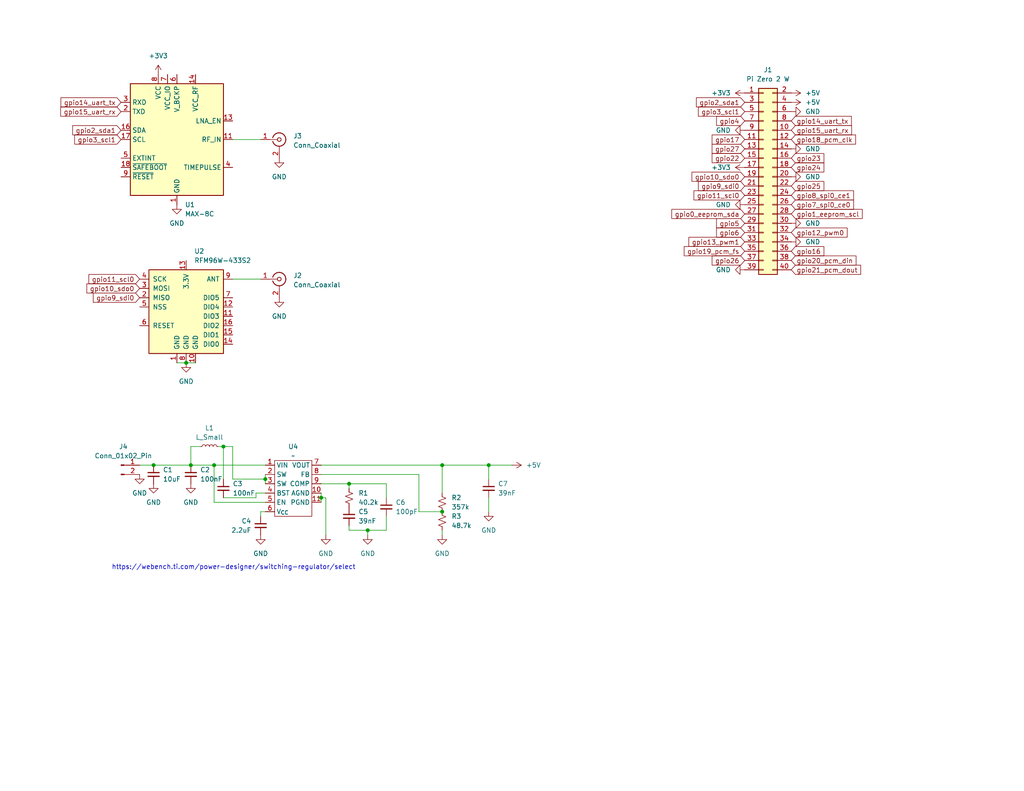
<source format=kicad_sch>
(kicad_sch
	(version 20231120)
	(generator "eeschema")
	(generator_version "8.0")
	(uuid "422fe2bd-6efc-49c4-b9e5-0b8f6e7487f5")
	(paper "USLetter")
	(title_block
		(title "The Repeater Main Board")
		(date "2024-07-17")
		(rev "0")
		(company "Mines Rocket Club")
	)
	(lib_symbols
		(symbol "Connector:Conn_01x02_Pin"
			(pin_names
				(offset 1.016) hide)
			(exclude_from_sim no)
			(in_bom yes)
			(on_board yes)
			(property "Reference" "J"
				(at 0 2.54 0)
				(effects
					(font
						(size 1.27 1.27)
					)
				)
			)
			(property "Value" "Conn_01x02_Pin"
				(at 0 -5.08 0)
				(effects
					(font
						(size 1.27 1.27)
					)
				)
			)
			(property "Footprint" ""
				(at 0 0 0)
				(effects
					(font
						(size 1.27 1.27)
					)
					(hide yes)
				)
			)
			(property "Datasheet" "~"
				(at 0 0 0)
				(effects
					(font
						(size 1.27 1.27)
					)
					(hide yes)
				)
			)
			(property "Description" "Generic connector, single row, 01x02, script generated"
				(at 0 0 0)
				(effects
					(font
						(size 1.27 1.27)
					)
					(hide yes)
				)
			)
			(property "ki_locked" ""
				(at 0 0 0)
				(effects
					(font
						(size 1.27 1.27)
					)
				)
			)
			(property "ki_keywords" "connector"
				(at 0 0 0)
				(effects
					(font
						(size 1.27 1.27)
					)
					(hide yes)
				)
			)
			(property "ki_fp_filters" "Connector*:*_1x??_*"
				(at 0 0 0)
				(effects
					(font
						(size 1.27 1.27)
					)
					(hide yes)
				)
			)
			(symbol "Conn_01x02_Pin_1_1"
				(polyline
					(pts
						(xy 1.27 -2.54) (xy 0.8636 -2.54)
					)
					(stroke
						(width 0.1524)
						(type default)
					)
					(fill
						(type none)
					)
				)
				(polyline
					(pts
						(xy 1.27 0) (xy 0.8636 0)
					)
					(stroke
						(width 0.1524)
						(type default)
					)
					(fill
						(type none)
					)
				)
				(rectangle
					(start 0.8636 -2.413)
					(end 0 -2.667)
					(stroke
						(width 0.1524)
						(type default)
					)
					(fill
						(type outline)
					)
				)
				(rectangle
					(start 0.8636 0.127)
					(end 0 -0.127)
					(stroke
						(width 0.1524)
						(type default)
					)
					(fill
						(type outline)
					)
				)
				(pin passive line
					(at 5.08 0 180)
					(length 3.81)
					(name "Pin_1"
						(effects
							(font
								(size 1.27 1.27)
							)
						)
					)
					(number "1"
						(effects
							(font
								(size 1.27 1.27)
							)
						)
					)
				)
				(pin passive line
					(at 5.08 -2.54 180)
					(length 3.81)
					(name "Pin_2"
						(effects
							(font
								(size 1.27 1.27)
							)
						)
					)
					(number "2"
						(effects
							(font
								(size 1.27 1.27)
							)
						)
					)
				)
			)
		)
		(symbol "Connector:Conn_Coaxial"
			(pin_names
				(offset 1.016) hide)
			(exclude_from_sim no)
			(in_bom yes)
			(on_board yes)
			(property "Reference" "J"
				(at 0.254 3.048 0)
				(effects
					(font
						(size 1.27 1.27)
					)
				)
			)
			(property "Value" "Conn_Coaxial"
				(at 2.921 0 90)
				(effects
					(font
						(size 1.27 1.27)
					)
				)
			)
			(property "Footprint" ""
				(at 0 0 0)
				(effects
					(font
						(size 1.27 1.27)
					)
					(hide yes)
				)
			)
			(property "Datasheet" "~"
				(at 0 0 0)
				(effects
					(font
						(size 1.27 1.27)
					)
					(hide yes)
				)
			)
			(property "Description" "coaxial connector (BNC, SMA, SMB, SMC, Cinch/RCA, LEMO, ...)"
				(at 0 0 0)
				(effects
					(font
						(size 1.27 1.27)
					)
					(hide yes)
				)
			)
			(property "ki_keywords" "BNC SMA SMB SMC LEMO coaxial connector CINCH RCA MCX MMCX U.FL UMRF"
				(at 0 0 0)
				(effects
					(font
						(size 1.27 1.27)
					)
					(hide yes)
				)
			)
			(property "ki_fp_filters" "*BNC* *SMA* *SMB* *SMC* *Cinch* *LEMO* *UMRF* *MCX* *U.FL*"
				(at 0 0 0)
				(effects
					(font
						(size 1.27 1.27)
					)
					(hide yes)
				)
			)
			(symbol "Conn_Coaxial_0_1"
				(arc
					(start -1.778 -0.508)
					(mid 0.2311 -1.8066)
					(end 1.778 0)
					(stroke
						(width 0.254)
						(type default)
					)
					(fill
						(type none)
					)
				)
				(polyline
					(pts
						(xy -2.54 0) (xy -0.508 0)
					)
					(stroke
						(width 0)
						(type default)
					)
					(fill
						(type none)
					)
				)
				(polyline
					(pts
						(xy 0 -2.54) (xy 0 -1.778)
					)
					(stroke
						(width 0)
						(type default)
					)
					(fill
						(type none)
					)
				)
				(circle
					(center 0 0)
					(radius 0.508)
					(stroke
						(width 0.2032)
						(type default)
					)
					(fill
						(type none)
					)
				)
				(arc
					(start 1.778 0)
					(mid 0.2099 1.8101)
					(end -1.778 0.508)
					(stroke
						(width 0.254)
						(type default)
					)
					(fill
						(type none)
					)
				)
			)
			(symbol "Conn_Coaxial_1_1"
				(pin passive line
					(at -5.08 0 0)
					(length 2.54)
					(name "In"
						(effects
							(font
								(size 1.27 1.27)
							)
						)
					)
					(number "1"
						(effects
							(font
								(size 1.27 1.27)
							)
						)
					)
				)
				(pin passive line
					(at 0 -5.08 90)
					(length 2.54)
					(name "Ext"
						(effects
							(font
								(size 1.27 1.27)
							)
						)
					)
					(number "2"
						(effects
							(font
								(size 1.27 1.27)
							)
						)
					)
				)
			)
		)
		(symbol "Connector_Generic:Conn_02x20_Odd_Even"
			(pin_names
				(offset 1.016) hide)
			(exclude_from_sim no)
			(in_bom yes)
			(on_board yes)
			(property "Reference" "J"
				(at 1.27 25.4 0)
				(effects
					(font
						(size 1.27 1.27)
					)
				)
			)
			(property "Value" "Conn_02x20_Odd_Even"
				(at 1.27 -27.94 0)
				(effects
					(font
						(size 1.27 1.27)
					)
				)
			)
			(property "Footprint" ""
				(at 0 0 0)
				(effects
					(font
						(size 1.27 1.27)
					)
					(hide yes)
				)
			)
			(property "Datasheet" "~"
				(at 0 0 0)
				(effects
					(font
						(size 1.27 1.27)
					)
					(hide yes)
				)
			)
			(property "Description" "Generic connector, double row, 02x20, odd/even pin numbering scheme (row 1 odd numbers, row 2 even numbers), script generated (kicad-library-utils/schlib/autogen/connector/)"
				(at 0 0 0)
				(effects
					(font
						(size 1.27 1.27)
					)
					(hide yes)
				)
			)
			(property "ki_keywords" "connector"
				(at 0 0 0)
				(effects
					(font
						(size 1.27 1.27)
					)
					(hide yes)
				)
			)
			(property "ki_fp_filters" "Connector*:*_2x??_*"
				(at 0 0 0)
				(effects
					(font
						(size 1.27 1.27)
					)
					(hide yes)
				)
			)
			(symbol "Conn_02x20_Odd_Even_1_1"
				(rectangle
					(start -1.27 -25.273)
					(end 0 -25.527)
					(stroke
						(width 0.1524)
						(type default)
					)
					(fill
						(type none)
					)
				)
				(rectangle
					(start -1.27 -22.733)
					(end 0 -22.987)
					(stroke
						(width 0.1524)
						(type default)
					)
					(fill
						(type none)
					)
				)
				(rectangle
					(start -1.27 -20.193)
					(end 0 -20.447)
					(stroke
						(width 0.1524)
						(type default)
					)
					(fill
						(type none)
					)
				)
				(rectangle
					(start -1.27 -17.653)
					(end 0 -17.907)
					(stroke
						(width 0.1524)
						(type default)
					)
					(fill
						(type none)
					)
				)
				(rectangle
					(start -1.27 -15.113)
					(end 0 -15.367)
					(stroke
						(width 0.1524)
						(type default)
					)
					(fill
						(type none)
					)
				)
				(rectangle
					(start -1.27 -12.573)
					(end 0 -12.827)
					(stroke
						(width 0.1524)
						(type default)
					)
					(fill
						(type none)
					)
				)
				(rectangle
					(start -1.27 -10.033)
					(end 0 -10.287)
					(stroke
						(width 0.1524)
						(type default)
					)
					(fill
						(type none)
					)
				)
				(rectangle
					(start -1.27 -7.493)
					(end 0 -7.747)
					(stroke
						(width 0.1524)
						(type default)
					)
					(fill
						(type none)
					)
				)
				(rectangle
					(start -1.27 -4.953)
					(end 0 -5.207)
					(stroke
						(width 0.1524)
						(type default)
					)
					(fill
						(type none)
					)
				)
				(rectangle
					(start -1.27 -2.413)
					(end 0 -2.667)
					(stroke
						(width 0.1524)
						(type default)
					)
					(fill
						(type none)
					)
				)
				(rectangle
					(start -1.27 0.127)
					(end 0 -0.127)
					(stroke
						(width 0.1524)
						(type default)
					)
					(fill
						(type none)
					)
				)
				(rectangle
					(start -1.27 2.667)
					(end 0 2.413)
					(stroke
						(width 0.1524)
						(type default)
					)
					(fill
						(type none)
					)
				)
				(rectangle
					(start -1.27 5.207)
					(end 0 4.953)
					(stroke
						(width 0.1524)
						(type default)
					)
					(fill
						(type none)
					)
				)
				(rectangle
					(start -1.27 7.747)
					(end 0 7.493)
					(stroke
						(width 0.1524)
						(type default)
					)
					(fill
						(type none)
					)
				)
				(rectangle
					(start -1.27 10.287)
					(end 0 10.033)
					(stroke
						(width 0.1524)
						(type default)
					)
					(fill
						(type none)
					)
				)
				(rectangle
					(start -1.27 12.827)
					(end 0 12.573)
					(stroke
						(width 0.1524)
						(type default)
					)
					(fill
						(type none)
					)
				)
				(rectangle
					(start -1.27 15.367)
					(end 0 15.113)
					(stroke
						(width 0.1524)
						(type default)
					)
					(fill
						(type none)
					)
				)
				(rectangle
					(start -1.27 17.907)
					(end 0 17.653)
					(stroke
						(width 0.1524)
						(type default)
					)
					(fill
						(type none)
					)
				)
				(rectangle
					(start -1.27 20.447)
					(end 0 20.193)
					(stroke
						(width 0.1524)
						(type default)
					)
					(fill
						(type none)
					)
				)
				(rectangle
					(start -1.27 22.987)
					(end 0 22.733)
					(stroke
						(width 0.1524)
						(type default)
					)
					(fill
						(type none)
					)
				)
				(rectangle
					(start -1.27 24.13)
					(end 3.81 -26.67)
					(stroke
						(width 0.254)
						(type default)
					)
					(fill
						(type background)
					)
				)
				(rectangle
					(start 3.81 -25.273)
					(end 2.54 -25.527)
					(stroke
						(width 0.1524)
						(type default)
					)
					(fill
						(type none)
					)
				)
				(rectangle
					(start 3.81 -22.733)
					(end 2.54 -22.987)
					(stroke
						(width 0.1524)
						(type default)
					)
					(fill
						(type none)
					)
				)
				(rectangle
					(start 3.81 -20.193)
					(end 2.54 -20.447)
					(stroke
						(width 0.1524)
						(type default)
					)
					(fill
						(type none)
					)
				)
				(rectangle
					(start 3.81 -17.653)
					(end 2.54 -17.907)
					(stroke
						(width 0.1524)
						(type default)
					)
					(fill
						(type none)
					)
				)
				(rectangle
					(start 3.81 -15.113)
					(end 2.54 -15.367)
					(stroke
						(width 0.1524)
						(type default)
					)
					(fill
						(type none)
					)
				)
				(rectangle
					(start 3.81 -12.573)
					(end 2.54 -12.827)
					(stroke
						(width 0.1524)
						(type default)
					)
					(fill
						(type none)
					)
				)
				(rectangle
					(start 3.81 -10.033)
					(end 2.54 -10.287)
					(stroke
						(width 0.1524)
						(type default)
					)
					(fill
						(type none)
					)
				)
				(rectangle
					(start 3.81 -7.493)
					(end 2.54 -7.747)
					(stroke
						(width 0.1524)
						(type default)
					)
					(fill
						(type none)
					)
				)
				(rectangle
					(start 3.81 -4.953)
					(end 2.54 -5.207)
					(stroke
						(width 0.1524)
						(type default)
					)
					(fill
						(type none)
					)
				)
				(rectangle
					(start 3.81 -2.413)
					(end 2.54 -2.667)
					(stroke
						(width 0.1524)
						(type default)
					)
					(fill
						(type none)
					)
				)
				(rectangle
					(start 3.81 0.127)
					(end 2.54 -0.127)
					(stroke
						(width 0.1524)
						(type default)
					)
					(fill
						(type none)
					)
				)
				(rectangle
					(start 3.81 2.667)
					(end 2.54 2.413)
					(stroke
						(width 0.1524)
						(type default)
					)
					(fill
						(type none)
					)
				)
				(rectangle
					(start 3.81 5.207)
					(end 2.54 4.953)
					(stroke
						(width 0.1524)
						(type default)
					)
					(fill
						(type none)
					)
				)
				(rectangle
					(start 3.81 7.747)
					(end 2.54 7.493)
					(stroke
						(width 0.1524)
						(type default)
					)
					(fill
						(type none)
					)
				)
				(rectangle
					(start 3.81 10.287)
					(end 2.54 10.033)
					(stroke
						(width 0.1524)
						(type default)
					)
					(fill
						(type none)
					)
				)
				(rectangle
					(start 3.81 12.827)
					(end 2.54 12.573)
					(stroke
						(width 0.1524)
						(type default)
					)
					(fill
						(type none)
					)
				)
				(rectangle
					(start 3.81 15.367)
					(end 2.54 15.113)
					(stroke
						(width 0.1524)
						(type default)
					)
					(fill
						(type none)
					)
				)
				(rectangle
					(start 3.81 17.907)
					(end 2.54 17.653)
					(stroke
						(width 0.1524)
						(type default)
					)
					(fill
						(type none)
					)
				)
				(rectangle
					(start 3.81 20.447)
					(end 2.54 20.193)
					(stroke
						(width 0.1524)
						(type default)
					)
					(fill
						(type none)
					)
				)
				(rectangle
					(start 3.81 22.987)
					(end 2.54 22.733)
					(stroke
						(width 0.1524)
						(type default)
					)
					(fill
						(type none)
					)
				)
				(pin passive line
					(at -5.08 22.86 0)
					(length 3.81)
					(name "Pin_1"
						(effects
							(font
								(size 1.27 1.27)
							)
						)
					)
					(number "1"
						(effects
							(font
								(size 1.27 1.27)
							)
						)
					)
				)
				(pin passive line
					(at 7.62 12.7 180)
					(length 3.81)
					(name "Pin_10"
						(effects
							(font
								(size 1.27 1.27)
							)
						)
					)
					(number "10"
						(effects
							(font
								(size 1.27 1.27)
							)
						)
					)
				)
				(pin passive line
					(at -5.08 10.16 0)
					(length 3.81)
					(name "Pin_11"
						(effects
							(font
								(size 1.27 1.27)
							)
						)
					)
					(number "11"
						(effects
							(font
								(size 1.27 1.27)
							)
						)
					)
				)
				(pin passive line
					(at 7.62 10.16 180)
					(length 3.81)
					(name "Pin_12"
						(effects
							(font
								(size 1.27 1.27)
							)
						)
					)
					(number "12"
						(effects
							(font
								(size 1.27 1.27)
							)
						)
					)
				)
				(pin passive line
					(at -5.08 7.62 0)
					(length 3.81)
					(name "Pin_13"
						(effects
							(font
								(size 1.27 1.27)
							)
						)
					)
					(number "13"
						(effects
							(font
								(size 1.27 1.27)
							)
						)
					)
				)
				(pin passive line
					(at 7.62 7.62 180)
					(length 3.81)
					(name "Pin_14"
						(effects
							(font
								(size 1.27 1.27)
							)
						)
					)
					(number "14"
						(effects
							(font
								(size 1.27 1.27)
							)
						)
					)
				)
				(pin passive line
					(at -5.08 5.08 0)
					(length 3.81)
					(name "Pin_15"
						(effects
							(font
								(size 1.27 1.27)
							)
						)
					)
					(number "15"
						(effects
							(font
								(size 1.27 1.27)
							)
						)
					)
				)
				(pin passive line
					(at 7.62 5.08 180)
					(length 3.81)
					(name "Pin_16"
						(effects
							(font
								(size 1.27 1.27)
							)
						)
					)
					(number "16"
						(effects
							(font
								(size 1.27 1.27)
							)
						)
					)
				)
				(pin passive line
					(at -5.08 2.54 0)
					(length 3.81)
					(name "Pin_17"
						(effects
							(font
								(size 1.27 1.27)
							)
						)
					)
					(number "17"
						(effects
							(font
								(size 1.27 1.27)
							)
						)
					)
				)
				(pin passive line
					(at 7.62 2.54 180)
					(length 3.81)
					(name "Pin_18"
						(effects
							(font
								(size 1.27 1.27)
							)
						)
					)
					(number "18"
						(effects
							(font
								(size 1.27 1.27)
							)
						)
					)
				)
				(pin passive line
					(at -5.08 0 0)
					(length 3.81)
					(name "Pin_19"
						(effects
							(font
								(size 1.27 1.27)
							)
						)
					)
					(number "19"
						(effects
							(font
								(size 1.27 1.27)
							)
						)
					)
				)
				(pin passive line
					(at 7.62 22.86 180)
					(length 3.81)
					(name "Pin_2"
						(effects
							(font
								(size 1.27 1.27)
							)
						)
					)
					(number "2"
						(effects
							(font
								(size 1.27 1.27)
							)
						)
					)
				)
				(pin passive line
					(at 7.62 0 180)
					(length 3.81)
					(name "Pin_20"
						(effects
							(font
								(size 1.27 1.27)
							)
						)
					)
					(number "20"
						(effects
							(font
								(size 1.27 1.27)
							)
						)
					)
				)
				(pin passive line
					(at -5.08 -2.54 0)
					(length 3.81)
					(name "Pin_21"
						(effects
							(font
								(size 1.27 1.27)
							)
						)
					)
					(number "21"
						(effects
							(font
								(size 1.27 1.27)
							)
						)
					)
				)
				(pin passive line
					(at 7.62 -2.54 180)
					(length 3.81)
					(name "Pin_22"
						(effects
							(font
								(size 1.27 1.27)
							)
						)
					)
					(number "22"
						(effects
							(font
								(size 1.27 1.27)
							)
						)
					)
				)
				(pin passive line
					(at -5.08 -5.08 0)
					(length 3.81)
					(name "Pin_23"
						(effects
							(font
								(size 1.27 1.27)
							)
						)
					)
					(number "23"
						(effects
							(font
								(size 1.27 1.27)
							)
						)
					)
				)
				(pin passive line
					(at 7.62 -5.08 180)
					(length 3.81)
					(name "Pin_24"
						(effects
							(font
								(size 1.27 1.27)
							)
						)
					)
					(number "24"
						(effects
							(font
								(size 1.27 1.27)
							)
						)
					)
				)
				(pin passive line
					(at -5.08 -7.62 0)
					(length 3.81)
					(name "Pin_25"
						(effects
							(font
								(size 1.27 1.27)
							)
						)
					)
					(number "25"
						(effects
							(font
								(size 1.27 1.27)
							)
						)
					)
				)
				(pin passive line
					(at 7.62 -7.62 180)
					(length 3.81)
					(name "Pin_26"
						(effects
							(font
								(size 1.27 1.27)
							)
						)
					)
					(number "26"
						(effects
							(font
								(size 1.27 1.27)
							)
						)
					)
				)
				(pin passive line
					(at -5.08 -10.16 0)
					(length 3.81)
					(name "Pin_27"
						(effects
							(font
								(size 1.27 1.27)
							)
						)
					)
					(number "27"
						(effects
							(font
								(size 1.27 1.27)
							)
						)
					)
				)
				(pin passive line
					(at 7.62 -10.16 180)
					(length 3.81)
					(name "Pin_28"
						(effects
							(font
								(size 1.27 1.27)
							)
						)
					)
					(number "28"
						(effects
							(font
								(size 1.27 1.27)
							)
						)
					)
				)
				(pin passive line
					(at -5.08 -12.7 0)
					(length 3.81)
					(name "Pin_29"
						(effects
							(font
								(size 1.27 1.27)
							)
						)
					)
					(number "29"
						(effects
							(font
								(size 1.27 1.27)
							)
						)
					)
				)
				(pin passive line
					(at -5.08 20.32 0)
					(length 3.81)
					(name "Pin_3"
						(effects
							(font
								(size 1.27 1.27)
							)
						)
					)
					(number "3"
						(effects
							(font
								(size 1.27 1.27)
							)
						)
					)
				)
				(pin passive line
					(at 7.62 -12.7 180)
					(length 3.81)
					(name "Pin_30"
						(effects
							(font
								(size 1.27 1.27)
							)
						)
					)
					(number "30"
						(effects
							(font
								(size 1.27 1.27)
							)
						)
					)
				)
				(pin passive line
					(at -5.08 -15.24 0)
					(length 3.81)
					(name "Pin_31"
						(effects
							(font
								(size 1.27 1.27)
							)
						)
					)
					(number "31"
						(effects
							(font
								(size 1.27 1.27)
							)
						)
					)
				)
				(pin passive line
					(at 7.62 -15.24 180)
					(length 3.81)
					(name "Pin_32"
						(effects
							(font
								(size 1.27 1.27)
							)
						)
					)
					(number "32"
						(effects
							(font
								(size 1.27 1.27)
							)
						)
					)
				)
				(pin passive line
					(at -5.08 -17.78 0)
					(length 3.81)
					(name "Pin_33"
						(effects
							(font
								(size 1.27 1.27)
							)
						)
					)
					(number "33"
						(effects
							(font
								(size 1.27 1.27)
							)
						)
					)
				)
				(pin passive line
					(at 7.62 -17.78 180)
					(length 3.81)
					(name "Pin_34"
						(effects
							(font
								(size 1.27 1.27)
							)
						)
					)
					(number "34"
						(effects
							(font
								(size 1.27 1.27)
							)
						)
					)
				)
				(pin passive line
					(at -5.08 -20.32 0)
					(length 3.81)
					(name "Pin_35"
						(effects
							(font
								(size 1.27 1.27)
							)
						)
					)
					(number "35"
						(effects
							(font
								(size 1.27 1.27)
							)
						)
					)
				)
				(pin passive line
					(at 7.62 -20.32 180)
					(length 3.81)
					(name "Pin_36"
						(effects
							(font
								(size 1.27 1.27)
							)
						)
					)
					(number "36"
						(effects
							(font
								(size 1.27 1.27)
							)
						)
					)
				)
				(pin passive line
					(at -5.08 -22.86 0)
					(length 3.81)
					(name "Pin_37"
						(effects
							(font
								(size 1.27 1.27)
							)
						)
					)
					(number "37"
						(effects
							(font
								(size 1.27 1.27)
							)
						)
					)
				)
				(pin passive line
					(at 7.62 -22.86 180)
					(length 3.81)
					(name "Pin_38"
						(effects
							(font
								(size 1.27 1.27)
							)
						)
					)
					(number "38"
						(effects
							(font
								(size 1.27 1.27)
							)
						)
					)
				)
				(pin passive line
					(at -5.08 -25.4 0)
					(length 3.81)
					(name "Pin_39"
						(effects
							(font
								(size 1.27 1.27)
							)
						)
					)
					(number "39"
						(effects
							(font
								(size 1.27 1.27)
							)
						)
					)
				)
				(pin passive line
					(at 7.62 20.32 180)
					(length 3.81)
					(name "Pin_4"
						(effects
							(font
								(size 1.27 1.27)
							)
						)
					)
					(number "4"
						(effects
							(font
								(size 1.27 1.27)
							)
						)
					)
				)
				(pin passive line
					(at 7.62 -25.4 180)
					(length 3.81)
					(name "Pin_40"
						(effects
							(font
								(size 1.27 1.27)
							)
						)
					)
					(number "40"
						(effects
							(font
								(size 1.27 1.27)
							)
						)
					)
				)
				(pin passive line
					(at -5.08 17.78 0)
					(length 3.81)
					(name "Pin_5"
						(effects
							(font
								(size 1.27 1.27)
							)
						)
					)
					(number "5"
						(effects
							(font
								(size 1.27 1.27)
							)
						)
					)
				)
				(pin passive line
					(at 7.62 17.78 180)
					(length 3.81)
					(name "Pin_6"
						(effects
							(font
								(size 1.27 1.27)
							)
						)
					)
					(number "6"
						(effects
							(font
								(size 1.27 1.27)
							)
						)
					)
				)
				(pin passive line
					(at -5.08 15.24 0)
					(length 3.81)
					(name "Pin_7"
						(effects
							(font
								(size 1.27 1.27)
							)
						)
					)
					(number "7"
						(effects
							(font
								(size 1.27 1.27)
							)
						)
					)
				)
				(pin passive line
					(at 7.62 15.24 180)
					(length 3.81)
					(name "Pin_8"
						(effects
							(font
								(size 1.27 1.27)
							)
						)
					)
					(number "8"
						(effects
							(font
								(size 1.27 1.27)
							)
						)
					)
				)
				(pin passive line
					(at -5.08 12.7 0)
					(length 3.81)
					(name "Pin_9"
						(effects
							(font
								(size 1.27 1.27)
							)
						)
					)
					(number "9"
						(effects
							(font
								(size 1.27 1.27)
							)
						)
					)
				)
			)
		)
		(symbol "Custom_Flight_Computer_Symbols:TPS61288RQQ"
			(exclude_from_sim no)
			(in_bom yes)
			(on_board yes)
			(property "Reference" "U"
				(at 0 7.112 0)
				(effects
					(font
						(size 1.27 1.27)
					)
				)
			)
			(property "Value" ""
				(at 10.16 16.764 0)
				(effects
					(font
						(size 1.27 1.27)
					)
				)
			)
			(property "Footprint" ""
				(at 10.16 16.764 0)
				(effects
					(font
						(size 1.27 1.27)
					)
					(hide yes)
				)
			)
			(property "Datasheet" ""
				(at 10.16 16.764 0)
				(effects
					(font
						(size 1.27 1.27)
					)
					(hide yes)
				)
			)
			(property "Description" ""
				(at 10.16 16.764 0)
				(effects
					(font
						(size 1.27 1.27)
					)
					(hide yes)
				)
			)
			(symbol "TPS61288RQQ_0_1"
				(rectangle
					(start -5.08 5.08)
					(end 5.08 -10.16)
					(stroke
						(width 0)
						(type default)
					)
					(fill
						(type none)
					)
				)
			)
			(symbol "TPS61288RQQ_1_1"
				(pin input line
					(at -7.62 3.81 0)
					(length 2.54)
					(name "VIN"
						(effects
							(font
								(size 1.27 1.27)
							)
						)
					)
					(number "1"
						(effects
							(font
								(size 1.27 1.27)
							)
						)
					)
				)
				(pin input line
					(at 7.62 -3.81 180)
					(length 2.54)
					(name "AGND"
						(effects
							(font
								(size 1.27 1.27)
							)
						)
					)
					(number "10"
						(effects
							(font
								(size 1.27 1.27)
							)
						)
					)
				)
				(pin input line
					(at 7.62 -6.35 180)
					(length 2.54)
					(name "PGND"
						(effects
							(font
								(size 1.27 1.27)
							)
						)
					)
					(number "11"
						(effects
							(font
								(size 1.27 1.27)
							)
						)
					)
				)
				(pin input line
					(at -7.62 1.27 0)
					(length 2.54)
					(name "SW"
						(effects
							(font
								(size 1.27 1.27)
							)
						)
					)
					(number "2"
						(effects
							(font
								(size 1.27 1.27)
							)
						)
					)
				)
				(pin input line
					(at -7.62 -1.27 0)
					(length 2.54)
					(name "SW"
						(effects
							(font
								(size 1.27 1.27)
							)
						)
					)
					(number "3"
						(effects
							(font
								(size 1.27 1.27)
							)
						)
					)
				)
				(pin input line
					(at -7.62 -3.81 0)
					(length 2.54)
					(name "BST"
						(effects
							(font
								(size 1.27 1.27)
							)
						)
					)
					(number "4"
						(effects
							(font
								(size 1.27 1.27)
							)
						)
					)
				)
				(pin input line
					(at -7.62 -6.35 0)
					(length 2.54)
					(name "EN"
						(effects
							(font
								(size 1.27 1.27)
							)
						)
					)
					(number "5"
						(effects
							(font
								(size 1.27 1.27)
							)
						)
					)
				)
				(pin input line
					(at -7.62 -8.89 0)
					(length 2.54)
					(name "V_{CC}"
						(effects
							(font
								(size 1.27 1.27)
							)
						)
					)
					(number "6"
						(effects
							(font
								(size 1.27 1.27)
							)
						)
					)
				)
				(pin input line
					(at 7.62 3.81 180)
					(length 2.54)
					(name "VOUT"
						(effects
							(font
								(size 1.27 1.27)
							)
						)
					)
					(number "7"
						(effects
							(font
								(size 1.27 1.27)
							)
						)
					)
				)
				(pin input line
					(at 7.62 1.27 180)
					(length 2.54)
					(name "FB"
						(effects
							(font
								(size 1.27 1.27)
							)
						)
					)
					(number "8"
						(effects
							(font
								(size 1.27 1.27)
							)
						)
					)
				)
				(pin input line
					(at 7.62 -1.27 180)
					(length 2.54)
					(name "COMP"
						(effects
							(font
								(size 1.27 1.27)
							)
						)
					)
					(number "9"
						(effects
							(font
								(size 1.27 1.27)
							)
						)
					)
				)
			)
		)
		(symbol "Device:C_Small"
			(pin_numbers hide)
			(pin_names
				(offset 0.254) hide)
			(exclude_from_sim no)
			(in_bom yes)
			(on_board yes)
			(property "Reference" "C"
				(at 0.254 1.778 0)
				(effects
					(font
						(size 1.27 1.27)
					)
					(justify left)
				)
			)
			(property "Value" "C_Small"
				(at 0.254 -2.032 0)
				(effects
					(font
						(size 1.27 1.27)
					)
					(justify left)
				)
			)
			(property "Footprint" ""
				(at 0 0 0)
				(effects
					(font
						(size 1.27 1.27)
					)
					(hide yes)
				)
			)
			(property "Datasheet" "~"
				(at 0 0 0)
				(effects
					(font
						(size 1.27 1.27)
					)
					(hide yes)
				)
			)
			(property "Description" "Unpolarized capacitor, small symbol"
				(at 0 0 0)
				(effects
					(font
						(size 1.27 1.27)
					)
					(hide yes)
				)
			)
			(property "ki_keywords" "capacitor cap"
				(at 0 0 0)
				(effects
					(font
						(size 1.27 1.27)
					)
					(hide yes)
				)
			)
			(property "ki_fp_filters" "C_*"
				(at 0 0 0)
				(effects
					(font
						(size 1.27 1.27)
					)
					(hide yes)
				)
			)
			(symbol "C_Small_0_1"
				(polyline
					(pts
						(xy -1.524 -0.508) (xy 1.524 -0.508)
					)
					(stroke
						(width 0.3302)
						(type default)
					)
					(fill
						(type none)
					)
				)
				(polyline
					(pts
						(xy -1.524 0.508) (xy 1.524 0.508)
					)
					(stroke
						(width 0.3048)
						(type default)
					)
					(fill
						(type none)
					)
				)
			)
			(symbol "C_Small_1_1"
				(pin passive line
					(at 0 2.54 270)
					(length 2.032)
					(name "~"
						(effects
							(font
								(size 1.27 1.27)
							)
						)
					)
					(number "1"
						(effects
							(font
								(size 1.27 1.27)
							)
						)
					)
				)
				(pin passive line
					(at 0 -2.54 90)
					(length 2.032)
					(name "~"
						(effects
							(font
								(size 1.27 1.27)
							)
						)
					)
					(number "2"
						(effects
							(font
								(size 1.27 1.27)
							)
						)
					)
				)
			)
		)
		(symbol "Device:L_Small"
			(pin_numbers hide)
			(pin_names
				(offset 0.254) hide)
			(exclude_from_sim no)
			(in_bom yes)
			(on_board yes)
			(property "Reference" "L"
				(at 0.762 1.016 0)
				(effects
					(font
						(size 1.27 1.27)
					)
					(justify left)
				)
			)
			(property "Value" "L_Small"
				(at 0.762 -1.016 0)
				(effects
					(font
						(size 1.27 1.27)
					)
					(justify left)
				)
			)
			(property "Footprint" ""
				(at 0 0 0)
				(effects
					(font
						(size 1.27 1.27)
					)
					(hide yes)
				)
			)
			(property "Datasheet" "~"
				(at 0 0 0)
				(effects
					(font
						(size 1.27 1.27)
					)
					(hide yes)
				)
			)
			(property "Description" "Inductor, small symbol"
				(at 0 0 0)
				(effects
					(font
						(size 1.27 1.27)
					)
					(hide yes)
				)
			)
			(property "ki_keywords" "inductor choke coil reactor magnetic"
				(at 0 0 0)
				(effects
					(font
						(size 1.27 1.27)
					)
					(hide yes)
				)
			)
			(property "ki_fp_filters" "Choke_* *Coil* Inductor_* L_*"
				(at 0 0 0)
				(effects
					(font
						(size 1.27 1.27)
					)
					(hide yes)
				)
			)
			(symbol "L_Small_0_1"
				(arc
					(start 0 -2.032)
					(mid 0.5058 -1.524)
					(end 0 -1.016)
					(stroke
						(width 0)
						(type default)
					)
					(fill
						(type none)
					)
				)
				(arc
					(start 0 -1.016)
					(mid 0.5058 -0.508)
					(end 0 0)
					(stroke
						(width 0)
						(type default)
					)
					(fill
						(type none)
					)
				)
				(arc
					(start 0 0)
					(mid 0.5058 0.508)
					(end 0 1.016)
					(stroke
						(width 0)
						(type default)
					)
					(fill
						(type none)
					)
				)
				(arc
					(start 0 1.016)
					(mid 0.5058 1.524)
					(end 0 2.032)
					(stroke
						(width 0)
						(type default)
					)
					(fill
						(type none)
					)
				)
			)
			(symbol "L_Small_1_1"
				(pin passive line
					(at 0 2.54 270)
					(length 0.508)
					(name "~"
						(effects
							(font
								(size 1.27 1.27)
							)
						)
					)
					(number "1"
						(effects
							(font
								(size 1.27 1.27)
							)
						)
					)
				)
				(pin passive line
					(at 0 -2.54 90)
					(length 0.508)
					(name "~"
						(effects
							(font
								(size 1.27 1.27)
							)
						)
					)
					(number "2"
						(effects
							(font
								(size 1.27 1.27)
							)
						)
					)
				)
			)
		)
		(symbol "Device:R_Small_US"
			(pin_numbers hide)
			(pin_names
				(offset 0.254) hide)
			(exclude_from_sim no)
			(in_bom yes)
			(on_board yes)
			(property "Reference" "R"
				(at 0.762 0.508 0)
				(effects
					(font
						(size 1.27 1.27)
					)
					(justify left)
				)
			)
			(property "Value" "R_Small_US"
				(at 0.762 -1.016 0)
				(effects
					(font
						(size 1.27 1.27)
					)
					(justify left)
				)
			)
			(property "Footprint" ""
				(at 0 0 0)
				(effects
					(font
						(size 1.27 1.27)
					)
					(hide yes)
				)
			)
			(property "Datasheet" "~"
				(at 0 0 0)
				(effects
					(font
						(size 1.27 1.27)
					)
					(hide yes)
				)
			)
			(property "Description" "Resistor, small US symbol"
				(at 0 0 0)
				(effects
					(font
						(size 1.27 1.27)
					)
					(hide yes)
				)
			)
			(property "ki_keywords" "r resistor"
				(at 0 0 0)
				(effects
					(font
						(size 1.27 1.27)
					)
					(hide yes)
				)
			)
			(property "ki_fp_filters" "R_*"
				(at 0 0 0)
				(effects
					(font
						(size 1.27 1.27)
					)
					(hide yes)
				)
			)
			(symbol "R_Small_US_1_1"
				(polyline
					(pts
						(xy 0 0) (xy 1.016 -0.381) (xy 0 -0.762) (xy -1.016 -1.143) (xy 0 -1.524)
					)
					(stroke
						(width 0)
						(type default)
					)
					(fill
						(type none)
					)
				)
				(polyline
					(pts
						(xy 0 1.524) (xy 1.016 1.143) (xy 0 0.762) (xy -1.016 0.381) (xy 0 0)
					)
					(stroke
						(width 0)
						(type default)
					)
					(fill
						(type none)
					)
				)
				(pin passive line
					(at 0 2.54 270)
					(length 1.016)
					(name "~"
						(effects
							(font
								(size 1.27 1.27)
							)
						)
					)
					(number "1"
						(effects
							(font
								(size 1.27 1.27)
							)
						)
					)
				)
				(pin passive line
					(at 0 -2.54 90)
					(length 1.016)
					(name "~"
						(effects
							(font
								(size 1.27 1.27)
							)
						)
					)
					(number "2"
						(effects
							(font
								(size 1.27 1.27)
							)
						)
					)
				)
			)
		)
		(symbol "RF_GPS:MAX-8C"
			(exclude_from_sim no)
			(in_bom yes)
			(on_board yes)
			(property "Reference" "U"
				(at -10.16 16.51 0)
				(effects
					(font
						(size 1.27 1.27)
					)
				)
			)
			(property "Value" "MAX-8C"
				(at 11.43 16.51 0)
				(effects
					(font
						(size 1.27 1.27)
					)
				)
			)
			(property "Footprint" "RF_GPS:ublox_MAX"
				(at 10.16 -16.51 0)
				(effects
					(font
						(size 1.27 1.27)
					)
					(hide yes)
				)
			)
			(property "Datasheet" "https://www.u-blox.com/sites/default/files/MAX-8_DataSheet_%28UBX-16000093%29.pdf"
				(at 0 0 0)
				(effects
					(font
						(size 1.27 1.27)
					)
					(hide yes)
				)
			)
			(property "Description" "GNSS Module MAX M8, VCC 1.65V to 3.6V"
				(at 0 0 0)
				(effects
					(font
						(size 1.27 1.27)
					)
					(hide yes)
				)
			)
			(property "ki_keywords" "ublox GPS GNSS module"
				(at 0 0 0)
				(effects
					(font
						(size 1.27 1.27)
					)
					(hide yes)
				)
			)
			(property "ki_fp_filters" "ublox*MAX*"
				(at 0 0 0)
				(effects
					(font
						(size 1.27 1.27)
					)
					(hide yes)
				)
			)
			(symbol "MAX-8C_0_1"
				(rectangle
					(start 12.7 15.24)
					(end -12.7 -15.24)
					(stroke
						(width 0.254)
						(type default)
					)
					(fill
						(type background)
					)
				)
			)
			(symbol "MAX-8C_1_1"
				(pin power_in line
					(at 0 -17.78 90)
					(length 2.54)
					(name "GND"
						(effects
							(font
								(size 1.27 1.27)
							)
						)
					)
					(number "1"
						(effects
							(font
								(size 1.27 1.27)
							)
						)
					)
				)
				(pin passive line
					(at 0 -17.78 90)
					(length 2.54) hide
					(name "GND"
						(effects
							(font
								(size 1.27 1.27)
							)
						)
					)
					(number "10"
						(effects
							(font
								(size 1.27 1.27)
							)
						)
					)
				)
				(pin input line
					(at 15.24 0 180)
					(length 2.54)
					(name "RF_IN"
						(effects
							(font
								(size 1.27 1.27)
							)
						)
					)
					(number "11"
						(effects
							(font
								(size 1.27 1.27)
							)
						)
					)
				)
				(pin passive line
					(at 0 -17.78 90)
					(length 2.54) hide
					(name "GND"
						(effects
							(font
								(size 1.27 1.27)
							)
						)
					)
					(number "12"
						(effects
							(font
								(size 1.27 1.27)
							)
						)
					)
				)
				(pin output line
					(at 15.24 5.08 180)
					(length 2.54)
					(name "LNA_EN"
						(effects
							(font
								(size 1.27 1.27)
							)
						)
					)
					(number "13"
						(effects
							(font
								(size 1.27 1.27)
							)
						)
					)
				)
				(pin power_out line
					(at 5.08 17.78 270)
					(length 2.54)
					(name "VCC_RF"
						(effects
							(font
								(size 1.27 1.27)
							)
						)
					)
					(number "14"
						(effects
							(font
								(size 1.27 1.27)
							)
						)
					)
				)
				(pin no_connect line
					(at 12.7 -5.08 180)
					(length 2.54) hide
					(name "Reserved"
						(effects
							(font
								(size 1.27 1.27)
							)
						)
					)
					(number "15"
						(effects
							(font
								(size 1.27 1.27)
							)
						)
					)
				)
				(pin bidirectional line
					(at -15.24 2.54 0)
					(length 2.54)
					(name "SDA"
						(effects
							(font
								(size 1.27 1.27)
							)
						)
					)
					(number "16"
						(effects
							(font
								(size 1.27 1.27)
							)
						)
					)
				)
				(pin input line
					(at -15.24 0 0)
					(length 2.54)
					(name "SCL"
						(effects
							(font
								(size 1.27 1.27)
							)
						)
					)
					(number "17"
						(effects
							(font
								(size 1.27 1.27)
							)
						)
					)
				)
				(pin input line
					(at -15.24 -7.62 0)
					(length 2.54)
					(name "~{SAFEBOOT}"
						(effects
							(font
								(size 1.27 1.27)
							)
						)
					)
					(number "18"
						(effects
							(font
								(size 1.27 1.27)
							)
						)
					)
				)
				(pin output line
					(at -15.24 7.62 0)
					(length 2.54)
					(name "TXD"
						(effects
							(font
								(size 1.27 1.27)
							)
						)
					)
					(number "2"
						(effects
							(font
								(size 1.27 1.27)
							)
						)
					)
				)
				(pin input line
					(at -15.24 10.16 0)
					(length 2.54)
					(name "RXD"
						(effects
							(font
								(size 1.27 1.27)
							)
						)
					)
					(number "3"
						(effects
							(font
								(size 1.27 1.27)
							)
						)
					)
				)
				(pin output line
					(at 15.24 -7.62 180)
					(length 2.54)
					(name "TIMEPULSE"
						(effects
							(font
								(size 1.27 1.27)
							)
						)
					)
					(number "4"
						(effects
							(font
								(size 1.27 1.27)
							)
						)
					)
				)
				(pin input line
					(at -15.24 -5.08 0)
					(length 2.54)
					(name "EXTINT"
						(effects
							(font
								(size 1.27 1.27)
							)
						)
					)
					(number "5"
						(effects
							(font
								(size 1.27 1.27)
							)
						)
					)
				)
				(pin power_in line
					(at 0 17.78 270)
					(length 2.54)
					(name "V_BCKP"
						(effects
							(font
								(size 1.27 1.27)
							)
						)
					)
					(number "6"
						(effects
							(font
								(size 1.27 1.27)
							)
						)
					)
				)
				(pin power_in line
					(at -2.54 17.78 270)
					(length 2.54)
					(name "VCC_IO"
						(effects
							(font
								(size 1.27 1.27)
							)
						)
					)
					(number "7"
						(effects
							(font
								(size 1.27 1.27)
							)
						)
					)
				)
				(pin power_in line
					(at -5.08 17.78 270)
					(length 2.54)
					(name "VCC"
						(effects
							(font
								(size 1.27 1.27)
							)
						)
					)
					(number "8"
						(effects
							(font
								(size 1.27 1.27)
							)
						)
					)
				)
				(pin input line
					(at -15.24 -10.16 0)
					(length 2.54)
					(name "~{RESET}"
						(effects
							(font
								(size 1.27 1.27)
							)
						)
					)
					(number "9"
						(effects
							(font
								(size 1.27 1.27)
							)
						)
					)
				)
			)
		)
		(symbol "RF_Module:RFM96W-433S2"
			(pin_names
				(offset 1.016)
			)
			(exclude_from_sim no)
			(in_bom yes)
			(on_board yes)
			(property "Reference" "U"
				(at -10.414 11.684 0)
				(effects
					(font
						(size 1.27 1.27)
					)
					(justify left)
				)
			)
			(property "Value" "RFM96W-433S2"
				(at 1.524 11.43 0)
				(effects
					(font
						(size 1.27 1.27)
					)
					(justify left)
				)
			)
			(property "Footprint" ""
				(at -83.82 41.91 0)
				(effects
					(font
						(size 1.27 1.27)
					)
					(hide yes)
				)
			)
			(property "Datasheet" "https://www.hoperf.com/data/upload/portal/20181127/5bfcc0ac60235.pdf"
				(at -83.82 41.91 0)
				(effects
					(font
						(size 1.27 1.27)
					)
					(hide yes)
				)
			)
			(property "Description" "Low power long range transceiver module, SPI and parallel interface, 433 MHz, spreading factor 6 to12, bandwidth 7.8 to 500kHz, -111 to -148 dBm, SMD-16, DIP-16"
				(at 0 0 0)
				(effects
					(font
						(size 1.27 1.27)
					)
					(hide yes)
				)
			)
			(property "ki_keywords" "Low power long range transceiver module"
				(at 0 0 0)
				(effects
					(font
						(size 1.27 1.27)
					)
					(hide yes)
				)
			)
			(property "ki_fp_filters" "HOPERF*RFM9XW*"
				(at 0 0 0)
				(effects
					(font
						(size 1.27 1.27)
					)
					(hide yes)
				)
			)
			(symbol "RFM96W-433S2_0_1"
				(rectangle
					(start -10.16 10.16)
					(end 10.16 -12.7)
					(stroke
						(width 0.254)
						(type default)
					)
					(fill
						(type background)
					)
				)
			)
			(symbol "RFM96W-433S2_1_1"
				(pin power_in line
					(at -2.54 -15.24 90)
					(length 2.54)
					(name "GND"
						(effects
							(font
								(size 1.27 1.27)
							)
						)
					)
					(number "1"
						(effects
							(font
								(size 1.27 1.27)
							)
						)
					)
				)
				(pin power_in line
					(at 2.54 -15.24 90)
					(length 2.54)
					(name "GND"
						(effects
							(font
								(size 1.27 1.27)
							)
						)
					)
					(number "10"
						(effects
							(font
								(size 1.27 1.27)
							)
						)
					)
				)
				(pin bidirectional line
					(at 12.7 -2.54 180)
					(length 2.54)
					(name "DIO3"
						(effects
							(font
								(size 1.27 1.27)
							)
						)
					)
					(number "11"
						(effects
							(font
								(size 1.27 1.27)
							)
						)
					)
				)
				(pin bidirectional line
					(at 12.7 0 180)
					(length 2.54)
					(name "DIO4"
						(effects
							(font
								(size 1.27 1.27)
							)
						)
					)
					(number "12"
						(effects
							(font
								(size 1.27 1.27)
							)
						)
					)
				)
				(pin power_in line
					(at 0 12.7 270)
					(length 2.54)
					(name "3.3V"
						(effects
							(font
								(size 1.27 1.27)
							)
						)
					)
					(number "13"
						(effects
							(font
								(size 1.27 1.27)
							)
						)
					)
				)
				(pin bidirectional line
					(at 12.7 -10.16 180)
					(length 2.54)
					(name "DIO0"
						(effects
							(font
								(size 1.27 1.27)
							)
						)
					)
					(number "14"
						(effects
							(font
								(size 1.27 1.27)
							)
						)
					)
				)
				(pin bidirectional line
					(at 12.7 -7.62 180)
					(length 2.54)
					(name "DIO1"
						(effects
							(font
								(size 1.27 1.27)
							)
						)
					)
					(number "15"
						(effects
							(font
								(size 1.27 1.27)
							)
						)
					)
				)
				(pin bidirectional line
					(at 12.7 -5.08 180)
					(length 2.54)
					(name "DIO2"
						(effects
							(font
								(size 1.27 1.27)
							)
						)
					)
					(number "16"
						(effects
							(font
								(size 1.27 1.27)
							)
						)
					)
				)
				(pin output line
					(at -12.7 2.54 0)
					(length 2.54)
					(name "MISO"
						(effects
							(font
								(size 1.27 1.27)
							)
						)
					)
					(number "2"
						(effects
							(font
								(size 1.27 1.27)
							)
						)
					)
				)
				(pin input line
					(at -12.7 5.08 0)
					(length 2.54)
					(name "MOSI"
						(effects
							(font
								(size 1.27 1.27)
							)
						)
					)
					(number "3"
						(effects
							(font
								(size 1.27 1.27)
							)
						)
					)
				)
				(pin input line
					(at -12.7 7.62 0)
					(length 2.54)
					(name "SCK"
						(effects
							(font
								(size 1.27 1.27)
							)
						)
					)
					(number "4"
						(effects
							(font
								(size 1.27 1.27)
							)
						)
					)
				)
				(pin input line
					(at -12.7 0 0)
					(length 2.54)
					(name "NSS"
						(effects
							(font
								(size 1.27 1.27)
							)
						)
					)
					(number "5"
						(effects
							(font
								(size 1.27 1.27)
							)
						)
					)
				)
				(pin bidirectional line
					(at -12.7 -5.08 0)
					(length 2.54)
					(name "RESET"
						(effects
							(font
								(size 1.27 1.27)
							)
						)
					)
					(number "6"
						(effects
							(font
								(size 1.27 1.27)
							)
						)
					)
				)
				(pin bidirectional line
					(at 12.7 2.54 180)
					(length 2.54)
					(name "DIO5"
						(effects
							(font
								(size 1.27 1.27)
							)
						)
					)
					(number "7"
						(effects
							(font
								(size 1.27 1.27)
							)
						)
					)
				)
				(pin power_in line
					(at 0 -15.24 90)
					(length 2.54)
					(name "GND"
						(effects
							(font
								(size 1.27 1.27)
							)
						)
					)
					(number "8"
						(effects
							(font
								(size 1.27 1.27)
							)
						)
					)
				)
				(pin bidirectional line
					(at 12.7 7.62 180)
					(length 2.54)
					(name "ANT"
						(effects
							(font
								(size 1.27 1.27)
							)
						)
					)
					(number "9"
						(effects
							(font
								(size 1.27 1.27)
							)
						)
					)
				)
			)
		)
		(symbol "power:+3V3"
			(power)
			(pin_numbers hide)
			(pin_names
				(offset 0) hide)
			(exclude_from_sim no)
			(in_bom yes)
			(on_board yes)
			(property "Reference" "#PWR"
				(at 0 -3.81 0)
				(effects
					(font
						(size 1.27 1.27)
					)
					(hide yes)
				)
			)
			(property "Value" "+3V3"
				(at 0 3.556 0)
				(effects
					(font
						(size 1.27 1.27)
					)
				)
			)
			(property "Footprint" ""
				(at 0 0 0)
				(effects
					(font
						(size 1.27 1.27)
					)
					(hide yes)
				)
			)
			(property "Datasheet" ""
				(at 0 0 0)
				(effects
					(font
						(size 1.27 1.27)
					)
					(hide yes)
				)
			)
			(property "Description" "Power symbol creates a global label with name \"+3V3\""
				(at 0 0 0)
				(effects
					(font
						(size 1.27 1.27)
					)
					(hide yes)
				)
			)
			(property "ki_keywords" "global power"
				(at 0 0 0)
				(effects
					(font
						(size 1.27 1.27)
					)
					(hide yes)
				)
			)
			(symbol "+3V3_0_1"
				(polyline
					(pts
						(xy -0.762 1.27) (xy 0 2.54)
					)
					(stroke
						(width 0)
						(type default)
					)
					(fill
						(type none)
					)
				)
				(polyline
					(pts
						(xy 0 0) (xy 0 2.54)
					)
					(stroke
						(width 0)
						(type default)
					)
					(fill
						(type none)
					)
				)
				(polyline
					(pts
						(xy 0 2.54) (xy 0.762 1.27)
					)
					(stroke
						(width 0)
						(type default)
					)
					(fill
						(type none)
					)
				)
			)
			(symbol "+3V3_1_1"
				(pin power_in line
					(at 0 0 90)
					(length 0)
					(name "~"
						(effects
							(font
								(size 1.27 1.27)
							)
						)
					)
					(number "1"
						(effects
							(font
								(size 1.27 1.27)
							)
						)
					)
				)
			)
		)
		(symbol "power:+5V"
			(power)
			(pin_numbers hide)
			(pin_names
				(offset 0) hide)
			(exclude_from_sim no)
			(in_bom yes)
			(on_board yes)
			(property "Reference" "#PWR"
				(at 0 -3.81 0)
				(effects
					(font
						(size 1.27 1.27)
					)
					(hide yes)
				)
			)
			(property "Value" "+5V"
				(at 0 3.556 0)
				(effects
					(font
						(size 1.27 1.27)
					)
				)
			)
			(property "Footprint" ""
				(at 0 0 0)
				(effects
					(font
						(size 1.27 1.27)
					)
					(hide yes)
				)
			)
			(property "Datasheet" ""
				(at 0 0 0)
				(effects
					(font
						(size 1.27 1.27)
					)
					(hide yes)
				)
			)
			(property "Description" "Power symbol creates a global label with name \"+5V\""
				(at 0 0 0)
				(effects
					(font
						(size 1.27 1.27)
					)
					(hide yes)
				)
			)
			(property "ki_keywords" "global power"
				(at 0 0 0)
				(effects
					(font
						(size 1.27 1.27)
					)
					(hide yes)
				)
			)
			(symbol "+5V_0_1"
				(polyline
					(pts
						(xy -0.762 1.27) (xy 0 2.54)
					)
					(stroke
						(width 0)
						(type default)
					)
					(fill
						(type none)
					)
				)
				(polyline
					(pts
						(xy 0 0) (xy 0 2.54)
					)
					(stroke
						(width 0)
						(type default)
					)
					(fill
						(type none)
					)
				)
				(polyline
					(pts
						(xy 0 2.54) (xy 0.762 1.27)
					)
					(stroke
						(width 0)
						(type default)
					)
					(fill
						(type none)
					)
				)
			)
			(symbol "+5V_1_1"
				(pin power_in line
					(at 0 0 90)
					(length 0)
					(name "~"
						(effects
							(font
								(size 1.27 1.27)
							)
						)
					)
					(number "1"
						(effects
							(font
								(size 1.27 1.27)
							)
						)
					)
				)
			)
		)
		(symbol "power:GND"
			(power)
			(pin_numbers hide)
			(pin_names
				(offset 0) hide)
			(exclude_from_sim no)
			(in_bom yes)
			(on_board yes)
			(property "Reference" "#PWR"
				(at 0 -6.35 0)
				(effects
					(font
						(size 1.27 1.27)
					)
					(hide yes)
				)
			)
			(property "Value" "GND"
				(at 0 -3.81 0)
				(effects
					(font
						(size 1.27 1.27)
					)
				)
			)
			(property "Footprint" ""
				(at 0 0 0)
				(effects
					(font
						(size 1.27 1.27)
					)
					(hide yes)
				)
			)
			(property "Datasheet" ""
				(at 0 0 0)
				(effects
					(font
						(size 1.27 1.27)
					)
					(hide yes)
				)
			)
			(property "Description" "Power symbol creates a global label with name \"GND\" , ground"
				(at 0 0 0)
				(effects
					(font
						(size 1.27 1.27)
					)
					(hide yes)
				)
			)
			(property "ki_keywords" "global power"
				(at 0 0 0)
				(effects
					(font
						(size 1.27 1.27)
					)
					(hide yes)
				)
			)
			(symbol "GND_0_1"
				(polyline
					(pts
						(xy 0 0) (xy 0 -1.27) (xy 1.27 -1.27) (xy 0 -2.54) (xy -1.27 -1.27) (xy 0 -1.27)
					)
					(stroke
						(width 0)
						(type default)
					)
					(fill
						(type none)
					)
				)
			)
			(symbol "GND_1_1"
				(pin power_in line
					(at 0 0 270)
					(length 0)
					(name "~"
						(effects
							(font
								(size 1.27 1.27)
							)
						)
					)
					(number "1"
						(effects
							(font
								(size 1.27 1.27)
							)
						)
					)
				)
			)
		)
	)
	(junction
		(at 50.8 99.06)
		(diameter 0)
		(color 0 0 0 0)
		(uuid "42ca2d95-6d1a-43a6-bc15-ac8904cf024d")
	)
	(junction
		(at 120.65 127)
		(diameter 0)
		(color 0 0 0 0)
		(uuid "50de2e8c-461a-4d5c-a49a-e456483dfd78")
	)
	(junction
		(at 52.07 127)
		(diameter 0)
		(color 0 0 0 0)
		(uuid "6d52890c-88a6-46e0-988e-73f91794d115")
	)
	(junction
		(at 58.42 127)
		(diameter 0)
		(color 0 0 0 0)
		(uuid "6faba25b-7da2-4bde-ab35-ba2f9dd30040")
	)
	(junction
		(at 72.39 130.81)
		(diameter 0)
		(color 0 0 0 0)
		(uuid "ca1a7009-49d5-47c5-93d6-3d28bc56cf39")
	)
	(junction
		(at 60.96 121.92)
		(diameter 0)
		(color 0 0 0 0)
		(uuid "d51fee0b-19d0-49f4-84aa-21f585650846")
	)
	(junction
		(at 120.65 139.7)
		(diameter 0)
		(color 0 0 0 0)
		(uuid "d5a4aa7a-f7a7-4465-8f74-2567b1dbf187")
	)
	(junction
		(at 41.91 127)
		(diameter 0)
		(color 0 0 0 0)
		(uuid "e1204b45-a536-41c9-9457-d96be5628509")
	)
	(junction
		(at 133.35 127)
		(diameter 0)
		(color 0 0 0 0)
		(uuid "e56dc29d-a7bc-485a-9ed4-db524d12d393")
	)
	(junction
		(at 95.25 132.08)
		(diameter 0)
		(color 0 0 0 0)
		(uuid "e8a3d8e2-fe14-4895-a4b6-f2319822e152")
	)
	(junction
		(at 87.63 135.89)
		(diameter 0)
		(color 0 0 0 0)
		(uuid "ed90f8e7-6b2d-42f2-af3a-58791eec763b")
	)
	(junction
		(at 100.33 144.78)
		(diameter 0)
		(color 0 0 0 0)
		(uuid "fb976437-76a2-4b62-a665-54320c7e86f6")
	)
	(wire
		(pts
			(xy 63.5 38.1) (xy 71.12 38.1)
		)
		(stroke
			(width 0)
			(type default)
		)
		(uuid "13df2788-53d3-4ca5-b9f0-78b8a6e7b76e")
	)
	(wire
		(pts
			(xy 69.85 134.62) (xy 72.39 134.62)
		)
		(stroke
			(width 0)
			(type default)
		)
		(uuid "19d98f9c-6067-4df3-b4c3-6459505bd3a6")
	)
	(wire
		(pts
			(xy 72.39 129.54) (xy 72.39 130.81)
		)
		(stroke
			(width 0)
			(type default)
		)
		(uuid "1bdcff28-b97b-4f66-968d-87907168961c")
	)
	(wire
		(pts
			(xy 60.96 121.92) (xy 63.5 121.92)
		)
		(stroke
			(width 0)
			(type default)
		)
		(uuid "23005dd9-2b30-4726-964d-650379e5c830")
	)
	(wire
		(pts
			(xy 38.1 127) (xy 41.91 127)
		)
		(stroke
			(width 0)
			(type default)
		)
		(uuid "2b7d0483-6319-4b9f-b18e-9656c11bfe71")
	)
	(wire
		(pts
			(xy 50.8 99.06) (xy 53.34 99.06)
		)
		(stroke
			(width 0)
			(type default)
		)
		(uuid "3a87aaaa-5f8c-46ac-8272-3a526d84d3e1")
	)
	(wire
		(pts
			(xy 120.65 127) (xy 120.65 134.62)
		)
		(stroke
			(width 0)
			(type default)
		)
		(uuid "417b351b-33da-4e31-8092-91cb9b48bed8")
	)
	(wire
		(pts
			(xy 87.63 135.89) (xy 87.63 137.16)
		)
		(stroke
			(width 0)
			(type default)
		)
		(uuid "447a192e-6367-4cb2-a020-2362afe57393")
	)
	(wire
		(pts
			(xy 58.42 127) (xy 72.39 127)
		)
		(stroke
			(width 0)
			(type default)
		)
		(uuid "44b4afbf-a3c1-40bd-ace1-5432ae2bcd2c")
	)
	(wire
		(pts
			(xy 63.5 76.2) (xy 71.12 76.2)
		)
		(stroke
			(width 0)
			(type default)
		)
		(uuid "4eb505b3-56a9-4161-8d7a-d0e4471e5e23")
	)
	(wire
		(pts
			(xy 114.3 139.7) (xy 120.65 139.7)
		)
		(stroke
			(width 0)
			(type default)
		)
		(uuid "4f3ead5f-63a2-4ef2-949c-622431a281b3")
	)
	(wire
		(pts
			(xy 114.3 129.54) (xy 114.3 139.7)
		)
		(stroke
			(width 0)
			(type default)
		)
		(uuid "51c8328b-9fae-4ef8-834f-33c0baf4d3e2")
	)
	(wire
		(pts
			(xy 72.39 130.81) (xy 63.5 130.81)
		)
		(stroke
			(width 0)
			(type default)
		)
		(uuid "5cb0cd26-a9e9-4f1b-a31a-21a4fb089774")
	)
	(wire
		(pts
			(xy 87.63 129.54) (xy 114.3 129.54)
		)
		(stroke
			(width 0)
			(type default)
		)
		(uuid "6110eef0-2bb5-47b8-812b-d6f6ce9ca4ca")
	)
	(wire
		(pts
			(xy 100.33 144.78) (xy 105.41 144.78)
		)
		(stroke
			(width 0)
			(type default)
		)
		(uuid "64f5d182-1a68-49f5-8101-910669bae6ea")
	)
	(wire
		(pts
			(xy 95.25 132.08) (xy 95.25 133.35)
		)
		(stroke
			(width 0)
			(type default)
		)
		(uuid "6a8ffd0d-8d43-47c9-8839-da8dac0192da")
	)
	(wire
		(pts
			(xy 88.9 135.89) (xy 88.9 146.05)
		)
		(stroke
			(width 0)
			(type default)
		)
		(uuid "6e2f5a6c-b2d1-4885-af0c-4e4d650503e0")
	)
	(wire
		(pts
			(xy 95.25 144.78) (xy 100.33 144.78)
		)
		(stroke
			(width 0)
			(type default)
		)
		(uuid "6ff58b41-7b0d-464e-8926-c17eef1c4bed")
	)
	(wire
		(pts
			(xy 41.91 127) (xy 52.07 127)
		)
		(stroke
			(width 0)
			(type default)
		)
		(uuid "7b190dbd-f180-42e9-b058-9e9949d472ce")
	)
	(wire
		(pts
			(xy 120.65 127) (xy 133.35 127)
		)
		(stroke
			(width 0)
			(type default)
		)
		(uuid "7f60b9c6-c23b-4b9d-80d1-69cc41b10fa8")
	)
	(wire
		(pts
			(xy 54.61 121.92) (xy 52.07 121.92)
		)
		(stroke
			(width 0)
			(type default)
		)
		(uuid "8379a563-6892-4223-985d-8657e61e0ab2")
	)
	(wire
		(pts
			(xy 87.63 127) (xy 120.65 127)
		)
		(stroke
			(width 0)
			(type default)
		)
		(uuid "87eb2785-d726-4791-b6b6-63c4b5868fff")
	)
	(wire
		(pts
			(xy 120.65 144.78) (xy 120.65 146.05)
		)
		(stroke
			(width 0)
			(type default)
		)
		(uuid "9122458d-11fb-404e-a35a-e0267809c000")
	)
	(wire
		(pts
			(xy 95.25 144.78) (xy 95.25 143.51)
		)
		(stroke
			(width 0)
			(type default)
		)
		(uuid "9361fac2-f03f-4793-ba45-b7e185252cc3")
	)
	(wire
		(pts
			(xy 95.25 132.08) (xy 105.41 132.08)
		)
		(stroke
			(width 0)
			(type default)
		)
		(uuid "97ed5e78-32a5-41c3-b3e7-3efecf6f8bf1")
	)
	(wire
		(pts
			(xy 133.35 127) (xy 133.35 130.81)
		)
		(stroke
			(width 0)
			(type default)
		)
		(uuid "a9d5ae1b-34e8-41d8-8e00-e062363fe5d5")
	)
	(wire
		(pts
			(xy 59.69 121.92) (xy 60.96 121.92)
		)
		(stroke
			(width 0)
			(type default)
		)
		(uuid "b12ccfea-bb11-4762-bd66-6bd7e6f2254d")
	)
	(wire
		(pts
			(xy 87.63 132.08) (xy 95.25 132.08)
		)
		(stroke
			(width 0)
			(type default)
		)
		(uuid "b4faa816-2dfe-418a-bb6d-2229541b36b8")
	)
	(wire
		(pts
			(xy 58.42 137.16) (xy 58.42 127)
		)
		(stroke
			(width 0)
			(type default)
		)
		(uuid "b5f085e5-3614-4d79-9081-f2dc54e48029")
	)
	(wire
		(pts
			(xy 133.35 127) (xy 139.7 127)
		)
		(stroke
			(width 0)
			(type default)
		)
		(uuid "bab84612-0c04-4fba-afd3-33086b22abda")
	)
	(wire
		(pts
			(xy 105.41 132.08) (xy 105.41 135.89)
		)
		(stroke
			(width 0)
			(type default)
		)
		(uuid "bace0d14-b2ac-45cc-9385-69bdc7feb63b")
	)
	(wire
		(pts
			(xy 71.12 139.7) (xy 71.12 140.97)
		)
		(stroke
			(width 0)
			(type default)
		)
		(uuid "bdfd9d1c-7622-499c-8ffc-ff25711814b0")
	)
	(wire
		(pts
			(xy 105.41 140.97) (xy 105.41 144.78)
		)
		(stroke
			(width 0)
			(type default)
		)
		(uuid "bf7de303-d6ac-4eaa-95cc-0c225dbc3a49")
	)
	(wire
		(pts
			(xy 52.07 121.92) (xy 52.07 127)
		)
		(stroke
			(width 0)
			(type default)
		)
		(uuid "c20caa02-26b2-4ac5-ab8e-c319f3f65cf5")
	)
	(wire
		(pts
			(xy 72.39 137.16) (xy 58.42 137.16)
		)
		(stroke
			(width 0)
			(type default)
		)
		(uuid "cbc66d9e-f5fc-41ad-a45f-555e14392701")
	)
	(wire
		(pts
			(xy 100.33 144.78) (xy 100.33 146.05)
		)
		(stroke
			(width 0)
			(type default)
		)
		(uuid "cc299326-23b8-4cff-ad08-3b6d97bb530d")
	)
	(wire
		(pts
			(xy 87.63 134.62) (xy 87.63 135.89)
		)
		(stroke
			(width 0)
			(type default)
		)
		(uuid "cfb07daf-0be8-401e-9e66-1ba4a6bbd841")
	)
	(wire
		(pts
			(xy 133.35 135.89) (xy 133.35 139.7)
		)
		(stroke
			(width 0)
			(type default)
		)
		(uuid "cfcd91cc-2249-4faf-9e6a-98525fc86f9d")
	)
	(wire
		(pts
			(xy 72.39 139.7) (xy 71.12 139.7)
		)
		(stroke
			(width 0)
			(type default)
		)
		(uuid "d1a2f34b-5633-4034-a1d0-d48179e37228")
	)
	(wire
		(pts
			(xy 48.26 99.06) (xy 50.8 99.06)
		)
		(stroke
			(width 0)
			(type default)
		)
		(uuid "d5f882b0-d6b4-4d21-8b31-c08287939b4a")
	)
	(wire
		(pts
			(xy 87.63 135.89) (xy 88.9 135.89)
		)
		(stroke
			(width 0)
			(type default)
		)
		(uuid "d7e8c7de-c9bb-4e1b-97f4-26c488497da7")
	)
	(wire
		(pts
			(xy 63.5 121.92) (xy 63.5 130.81)
		)
		(stroke
			(width 0)
			(type default)
		)
		(uuid "dddb1a69-8ab8-45a3-a887-04c1253aa6fb")
	)
	(wire
		(pts
			(xy 69.85 135.89) (xy 69.85 134.62)
		)
		(stroke
			(width 0)
			(type default)
		)
		(uuid "de1c2820-600f-493a-9e80-613de2ccad05")
	)
	(wire
		(pts
			(xy 60.96 121.92) (xy 60.96 130.81)
		)
		(stroke
			(width 0)
			(type default)
		)
		(uuid "de39e3fd-9f30-4458-ade3-a255f9620ee0")
	)
	(wire
		(pts
			(xy 60.96 135.89) (xy 69.85 135.89)
		)
		(stroke
			(width 0)
			(type default)
		)
		(uuid "de651cb2-2193-4859-8404-f6eae26c3b16")
	)
	(wire
		(pts
			(xy 52.07 127) (xy 58.42 127)
		)
		(stroke
			(width 0)
			(type default)
		)
		(uuid "face7034-0544-4092-b65a-037a5d7dfebc")
	)
	(wire
		(pts
			(xy 72.39 130.81) (xy 72.39 132.08)
		)
		(stroke
			(width 0)
			(type default)
		)
		(uuid "fe1136bc-6a0b-46aa-aae5-bd07bc7175d1")
	)
	(text "https://webench.ti.com/power-designer/switching-regulator/select"
		(exclude_from_sim no)
		(at 63.754 154.94 0)
		(effects
			(font
				(size 1.27 1.27)
			)
		)
		(uuid "520aaae9-9c2f-47d8-9cff-861b97f6db02")
	)
	(global_label "gpio24"
		(shape input)
		(at 215.9 45.72 0)
		(fields_autoplaced yes)
		(effects
			(font
				(size 1.27 1.27)
			)
			(justify left)
		)
		(uuid "0da97022-c851-46ff-a141-c2b1e5c85b04")
		(property "Intersheetrefs" "${INTERSHEET_REFS}"
			(at 225.356 45.72 0)
			(effects
				(font
					(size 1.27 1.27)
				)
				(justify left)
				(hide yes)
			)
		)
	)
	(global_label "gpio10_sdo0"
		(shape input)
		(at 38.1 78.74 180)
		(fields_autoplaced yes)
		(effects
			(font
				(size 1.27 1.27)
			)
			(justify right)
		)
		(uuid "0dc3057a-cff9-4a64-bf42-b8d09b2cea27")
		(property "Intersheetrefs" "${INTERSHEET_REFS}"
			(at 23.1408 78.74 0)
			(effects
				(font
					(size 1.27 1.27)
				)
				(justify right)
				(hide yes)
			)
		)
	)
	(global_label "gpio19_pcm_fs"
		(shape input)
		(at 203.2 68.58 180)
		(fields_autoplaced yes)
		(effects
			(font
				(size 1.27 1.27)
			)
			(justify right)
		)
		(uuid "2498db44-dff1-495b-b95b-c6f93acfde1a")
		(property "Intersheetrefs" "${INTERSHEET_REFS}"
			(at 186.1241 68.58 0)
			(effects
				(font
					(size 1.27 1.27)
				)
				(justify right)
				(hide yes)
			)
		)
	)
	(global_label "gpio4"
		(shape input)
		(at 203.2 33.02 180)
		(fields_autoplaced yes)
		(effects
			(font
				(size 1.27 1.27)
			)
			(justify right)
		)
		(uuid "2ba5fa11-dd47-43cf-af6d-67621f8371d3")
		(property "Intersheetrefs" "${INTERSHEET_REFS}"
			(at 194.9535 33.02 0)
			(effects
				(font
					(size 1.27 1.27)
				)
				(justify right)
				(hide yes)
			)
		)
	)
	(global_label "gpio5"
		(shape input)
		(at 203.2 60.96 180)
		(fields_autoplaced yes)
		(effects
			(font
				(size 1.27 1.27)
			)
			(justify right)
		)
		(uuid "34eff823-356b-4386-9bc4-ad42f655cf09")
		(property "Intersheetrefs" "${INTERSHEET_REFS}"
			(at 194.9535 60.96 0)
			(effects
				(font
					(size 1.27 1.27)
				)
				(justify right)
				(hide yes)
			)
		)
	)
	(global_label "gpio11_scl0"
		(shape input)
		(at 203.2 53.34 180)
		(fields_autoplaced yes)
		(effects
			(font
				(size 1.27 1.27)
			)
			(justify right)
		)
		(uuid "36d945af-b064-4c96-ae57-9e9a3bcf87e7")
		(property "Intersheetrefs" "${INTERSHEET_REFS}"
			(at 188.785 53.34 0)
			(effects
				(font
					(size 1.27 1.27)
				)
				(justify right)
				(hide yes)
			)
		)
	)
	(global_label "gpio17"
		(shape input)
		(at 203.2 38.1 180)
		(fields_autoplaced yes)
		(effects
			(font
				(size 1.27 1.27)
			)
			(justify right)
		)
		(uuid "3a68a3a4-f45f-4f83-ae6a-769aba1f3c68")
		(property "Intersheetrefs" "${INTERSHEET_REFS}"
			(at 193.744 38.1 0)
			(effects
				(font
					(size 1.27 1.27)
				)
				(justify right)
				(hide yes)
			)
		)
	)
	(global_label "gpio2_sda1"
		(shape input)
		(at 33.02 35.56 180)
		(fields_autoplaced yes)
		(effects
			(font
				(size 1.27 1.27)
			)
			(justify right)
		)
		(uuid "3b5bdb12-805d-42d9-a5cb-b950991bdb9b")
		(property "Intersheetrefs" "${INTERSHEET_REFS}"
			(at 19.2703 35.56 0)
			(effects
				(font
					(size 1.27 1.27)
				)
				(justify right)
				(hide yes)
			)
		)
	)
	(global_label "gpio2_sda1"
		(shape input)
		(at 203.2 27.94 180)
		(fields_autoplaced yes)
		(effects
			(font
				(size 1.27 1.27)
			)
			(justify right)
		)
		(uuid "3c204715-34dc-46cc-993d-b262a74f325f")
		(property "Intersheetrefs" "${INTERSHEET_REFS}"
			(at 189.4503 27.94 0)
			(effects
				(font
					(size 1.27 1.27)
				)
				(justify right)
				(hide yes)
			)
		)
	)
	(global_label "gpio8_spi0_ce1"
		(shape input)
		(at 215.9 53.34 0)
		(fields_autoplaced yes)
		(effects
			(font
				(size 1.27 1.27)
			)
			(justify left)
		)
		(uuid "3e65d6a2-1ce3-426f-8f92-a1b9d65afabe")
		(property "Intersheetrefs" "${INTERSHEET_REFS}"
			(at 233.4598 53.34 0)
			(effects
				(font
					(size 1.27 1.27)
				)
				(justify left)
				(hide yes)
			)
		)
	)
	(global_label "gpio20_pcm_din"
		(shape input)
		(at 215.9 71.12 0)
		(fields_autoplaced yes)
		(effects
			(font
				(size 1.27 1.27)
			)
			(justify left)
		)
		(uuid "402c7e54-4532-4cee-aa05-fed5f19bc45f")
		(property "Intersheetrefs" "${INTERSHEET_REFS}"
			(at 234.1249 71.12 0)
			(effects
				(font
					(size 1.27 1.27)
				)
				(justify left)
				(hide yes)
			)
		)
	)
	(global_label "gpio7_spi0_ce0"
		(shape input)
		(at 215.9 55.88 0)
		(fields_autoplaced yes)
		(effects
			(font
				(size 1.27 1.27)
			)
			(justify left)
		)
		(uuid "48b2fec4-0d9e-4f45-bba2-29daea3fb1f3")
		(property "Intersheetrefs" "${INTERSHEET_REFS}"
			(at 233.4598 55.88 0)
			(effects
				(font
					(size 1.27 1.27)
				)
				(justify left)
				(hide yes)
			)
		)
	)
	(global_label "gpio9_sdi0"
		(shape input)
		(at 38.1 81.28 180)
		(fields_autoplaced yes)
		(effects
			(font
				(size 1.27 1.27)
			)
			(justify right)
		)
		(uuid "5e762bc6-1425-4aad-a913-69f2c8cf8f79")
		(property "Intersheetrefs" "${INTERSHEET_REFS}"
			(at 24.8945 81.28 0)
			(effects
				(font
					(size 1.27 1.27)
				)
				(justify right)
				(hide yes)
			)
		)
	)
	(global_label "gpio0_eeprom_sda"
		(shape input)
		(at 203.2 58.42 180)
		(fields_autoplaced yes)
		(effects
			(font
				(size 1.27 1.27)
			)
			(justify right)
		)
		(uuid "5edf49ea-20aa-46ae-8f78-dcec3478ce2e")
		(property "Intersheetrefs" "${INTERSHEET_REFS}"
			(at 182.7375 58.42 0)
			(effects
				(font
					(size 1.27 1.27)
				)
				(justify right)
				(hide yes)
			)
		)
	)
	(global_label "gpio14_uart_tx"
		(shape input)
		(at 33.02 27.94 180)
		(fields_autoplaced yes)
		(effects
			(font
				(size 1.27 1.27)
			)
			(justify right)
		)
		(uuid "680b5929-fcce-4924-b21e-8612b8694b45")
		(property "Intersheetrefs" "${INTERSHEET_REFS}"
			(at 16.0651 27.94 0)
			(effects
				(font
					(size 1.27 1.27)
				)
				(justify right)
				(hide yes)
			)
		)
	)
	(global_label "gpio15_uart_rx"
		(shape input)
		(at 33.02 30.48 180)
		(fields_autoplaced yes)
		(effects
			(font
				(size 1.27 1.27)
			)
			(justify right)
		)
		(uuid "691d3c36-7e77-4067-b11c-1de9cd7ab51d")
		(property "Intersheetrefs" "${INTERSHEET_REFS}"
			(at 16.0046 30.48 0)
			(effects
				(font
					(size 1.27 1.27)
				)
				(justify right)
				(hide yes)
			)
		)
	)
	(global_label "gpio23"
		(shape input)
		(at 215.9 43.18 0)
		(fields_autoplaced yes)
		(effects
			(font
				(size 1.27 1.27)
			)
			(justify left)
		)
		(uuid "69f46d5b-7705-4c61-9751-3fa4bee8538a")
		(property "Intersheetrefs" "${INTERSHEET_REFS}"
			(at 225.356 43.18 0)
			(effects
				(font
					(size 1.27 1.27)
				)
				(justify left)
				(hide yes)
			)
		)
	)
	(global_label "gpio27"
		(shape input)
		(at 203.2 40.64 180)
		(fields_autoplaced yes)
		(effects
			(font
				(size 1.27 1.27)
			)
			(justify right)
		)
		(uuid "7f5d4bcd-74b1-45cd-80be-1358e250ac15")
		(property "Intersheetrefs" "${INTERSHEET_REFS}"
			(at 193.744 40.64 0)
			(effects
				(font
					(size 1.27 1.27)
				)
				(justify right)
				(hide yes)
			)
		)
	)
	(global_label "gpio12_pwm0"
		(shape input)
		(at 215.9 63.5 0)
		(fields_autoplaced yes)
		(effects
			(font
				(size 1.27 1.27)
			)
			(justify left)
		)
		(uuid "8af75786-9e18-4145-a5cb-6c7244a66d50")
		(property "Intersheetrefs" "${INTERSHEET_REFS}"
			(at 231.7059 63.5 0)
			(effects
				(font
					(size 1.27 1.27)
				)
				(justify left)
				(hide yes)
			)
		)
	)
	(global_label "gpio9_sdi0"
		(shape input)
		(at 203.2 50.8 180)
		(fields_autoplaced yes)
		(effects
			(font
				(size 1.27 1.27)
			)
			(justify right)
		)
		(uuid "8c272ad5-de75-46b6-a182-c488267cbbe9")
		(property "Intersheetrefs" "${INTERSHEET_REFS}"
			(at 189.9945 50.8 0)
			(effects
				(font
					(size 1.27 1.27)
				)
				(justify right)
				(hide yes)
			)
		)
	)
	(global_label "gpio3_scl1"
		(shape input)
		(at 203.2 30.48 180)
		(fields_autoplaced yes)
		(effects
			(font
				(size 1.27 1.27)
			)
			(justify right)
		)
		(uuid "b1c22e5a-75a5-4eca-ba41-81b63dc9f327")
		(property "Intersheetrefs" "${INTERSHEET_REFS}"
			(at 189.9945 30.48 0)
			(effects
				(font
					(size 1.27 1.27)
				)
				(justify right)
				(hide yes)
			)
		)
	)
	(global_label "gpio26"
		(shape input)
		(at 203.2 71.12 180)
		(fields_autoplaced yes)
		(effects
			(font
				(size 1.27 1.27)
			)
			(justify right)
		)
		(uuid "b2f0d111-31af-4a63-af87-0207831254e1")
		(property "Intersheetrefs" "${INTERSHEET_REFS}"
			(at 193.744 71.12 0)
			(effects
				(font
					(size 1.27 1.27)
				)
				(justify right)
				(hide yes)
			)
		)
	)
	(global_label "gpio22"
		(shape input)
		(at 203.2 43.18 180)
		(fields_autoplaced yes)
		(effects
			(font
				(size 1.27 1.27)
			)
			(justify right)
		)
		(uuid "b3138ce8-9888-45e8-bcfd-01b5ac40838a")
		(property "Intersheetrefs" "${INTERSHEET_REFS}"
			(at 193.744 43.18 0)
			(effects
				(font
					(size 1.27 1.27)
				)
				(justify right)
				(hide yes)
			)
		)
	)
	(global_label "gpio6"
		(shape input)
		(at 203.2 63.5 180)
		(fields_autoplaced yes)
		(effects
			(font
				(size 1.27 1.27)
			)
			(justify right)
		)
		(uuid "b43048cd-5eb8-4acb-979e-51b9376bd2f2")
		(property "Intersheetrefs" "${INTERSHEET_REFS}"
			(at 194.9535 63.5 0)
			(effects
				(font
					(size 1.27 1.27)
				)
				(justify right)
				(hide yes)
			)
		)
	)
	(global_label "gpio1_eeprom_scl"
		(shape input)
		(at 215.9 58.42 0)
		(fields_autoplaced yes)
		(effects
			(font
				(size 1.27 1.27)
			)
			(justify left)
		)
		(uuid "baecf07d-6679-4dae-8ebc-107791363593")
		(property "Intersheetrefs" "${INTERSHEET_REFS}"
			(at 235.8183 58.42 0)
			(effects
				(font
					(size 1.27 1.27)
				)
				(justify left)
				(hide yes)
			)
		)
	)
	(global_label "gpio11_scl0"
		(shape input)
		(at 38.1 76.2 180)
		(fields_autoplaced yes)
		(effects
			(font
				(size 1.27 1.27)
			)
			(justify right)
		)
		(uuid "c0fe83a4-9e1a-4bd2-bfbe-26ec73ffc29d")
		(property "Intersheetrefs" "${INTERSHEET_REFS}"
			(at 23.685 76.2 0)
			(effects
				(font
					(size 1.27 1.27)
				)
				(justify right)
				(hide yes)
			)
		)
	)
	(global_label "gpio3_scl1"
		(shape input)
		(at 33.02 38.1 180)
		(fields_autoplaced yes)
		(effects
			(font
				(size 1.27 1.27)
			)
			(justify right)
		)
		(uuid "c3b32dd0-5899-41e5-9dc7-483cd3100fc4")
		(property "Intersheetrefs" "${INTERSHEET_REFS}"
			(at 19.8145 38.1 0)
			(effects
				(font
					(size 1.27 1.27)
				)
				(justify right)
				(hide yes)
			)
		)
	)
	(global_label "gpio15_uart_rx"
		(shape input)
		(at 215.9 35.56 0)
		(fields_autoplaced yes)
		(effects
			(font
				(size 1.27 1.27)
			)
			(justify left)
		)
		(uuid "c5c426d9-f05d-45c3-b35d-350054a52f63")
		(property "Intersheetrefs" "${INTERSHEET_REFS}"
			(at 232.9154 35.56 0)
			(effects
				(font
					(size 1.27 1.27)
				)
				(justify left)
				(hide yes)
			)
		)
	)
	(global_label "gpio10_sdo0"
		(shape input)
		(at 203.2 48.26 180)
		(fields_autoplaced yes)
		(effects
			(font
				(size 1.27 1.27)
			)
			(justify right)
		)
		(uuid "c7ce62a7-90a1-4931-823d-c24af6bc36db")
		(property "Intersheetrefs" "${INTERSHEET_REFS}"
			(at 188.2408 48.26 0)
			(effects
				(font
					(size 1.27 1.27)
				)
				(justify right)
				(hide yes)
			)
		)
	)
	(global_label "gpio16"
		(shape input)
		(at 215.9 68.58 0)
		(fields_autoplaced yes)
		(effects
			(font
				(size 1.27 1.27)
			)
			(justify left)
		)
		(uuid "db6ea508-7803-4f1a-a571-e8d0db7d5bc5")
		(property "Intersheetrefs" "${INTERSHEET_REFS}"
			(at 225.356 68.58 0)
			(effects
				(font
					(size 1.27 1.27)
				)
				(justify left)
				(hide yes)
			)
		)
	)
	(global_label "gpio25"
		(shape input)
		(at 215.9 50.8 0)
		(fields_autoplaced yes)
		(effects
			(font
				(size 1.27 1.27)
			)
			(justify left)
		)
		(uuid "e21b4250-437c-4f6b-ae74-1083de4a288f")
		(property "Intersheetrefs" "${INTERSHEET_REFS}"
			(at 225.356 50.8 0)
			(effects
				(font
					(size 1.27 1.27)
				)
				(justify left)
				(hide yes)
			)
		)
	)
	(global_label "gpio18_pcm_clk"
		(shape input)
		(at 215.9 38.1 0)
		(fields_autoplaced yes)
		(effects
			(font
				(size 1.27 1.27)
			)
			(justify left)
		)
		(uuid "e54300e8-6cf7-4478-a086-10fd571948f4")
		(property "Intersheetrefs" "${INTERSHEET_REFS}"
			(at 234.004 38.1 0)
			(effects
				(font
					(size 1.27 1.27)
				)
				(justify left)
				(hide yes)
			)
		)
	)
	(global_label "gpio14_uart_tx"
		(shape input)
		(at 215.9 33.02 0)
		(fields_autoplaced yes)
		(effects
			(font
				(size 1.27 1.27)
			)
			(justify left)
		)
		(uuid "eca1f751-4999-428a-ad22-e5cc224e47c9")
		(property "Intersheetrefs" "${INTERSHEET_REFS}"
			(at 232.8549 33.02 0)
			(effects
				(font
					(size 1.27 1.27)
				)
				(justify left)
				(hide yes)
			)
		)
	)
	(global_label "gpio21_pcm_dout"
		(shape input)
		(at 215.9 73.66 0)
		(fields_autoplaced yes)
		(effects
			(font
				(size 1.27 1.27)
			)
			(justify left)
		)
		(uuid "ef2b7a4e-303f-4423-8d38-1ae26c437786")
		(property "Intersheetrefs" "${INTERSHEET_REFS}"
			(at 235.3948 73.66 0)
			(effects
				(font
					(size 1.27 1.27)
				)
				(justify left)
				(hide yes)
			)
		)
	)
	(global_label "gpio13_pwm1"
		(shape input)
		(at 203.2 66.04 180)
		(fields_autoplaced yes)
		(effects
			(font
				(size 1.27 1.27)
			)
			(justify right)
		)
		(uuid "fa31644f-222c-4cb2-9956-3dfba9e437b1")
		(property "Intersheetrefs" "${INTERSHEET_REFS}"
			(at 187.3941 66.04 0)
			(effects
				(font
					(size 1.27 1.27)
				)
				(justify right)
				(hide yes)
			)
		)
	)
	(symbol
		(lib_id "Device:C_Small")
		(at 71.12 143.51 0)
		(mirror y)
		(unit 1)
		(exclude_from_sim no)
		(in_bom yes)
		(on_board yes)
		(dnp no)
		(uuid "029271df-e411-4ac3-b807-b63874b463d1")
		(property "Reference" "C4"
			(at 68.58 142.2462 0)
			(effects
				(font
					(size 1.27 1.27)
				)
				(justify left)
			)
		)
		(property "Value" "2.2uF"
			(at 68.58 144.7862 0)
			(effects
				(font
					(size 1.27 1.27)
				)
				(justify left)
			)
		)
		(property "Footprint" ""
			(at 71.12 143.51 0)
			(effects
				(font
					(size 1.27 1.27)
				)
				(hide yes)
			)
		)
		(property "Datasheet" "~"
			(at 71.12 143.51 0)
			(effects
				(font
					(size 1.27 1.27)
				)
				(hide yes)
			)
		)
		(property "Description" "Unpolarized capacitor, small symbol"
			(at 71.12 143.51 0)
			(effects
				(font
					(size 1.27 1.27)
				)
				(hide yes)
			)
		)
		(pin "2"
			(uuid "38696ed6-5919-481b-a502-48073f5e596b")
		)
		(pin "1"
			(uuid "7e6bd8a5-4021-4286-b4b9-dc4baedde343")
		)
		(instances
			(project "the_repeater"
				(path "/422fe2bd-6efc-49c4-b9e5-0b8f6e7487f5"
					(reference "C4")
					(unit 1)
				)
			)
		)
	)
	(symbol
		(lib_id "RF_Module:RFM96W-433S2")
		(at 50.8 83.82 0)
		(unit 1)
		(exclude_from_sim no)
		(in_bom yes)
		(on_board yes)
		(dnp no)
		(fields_autoplaced yes)
		(uuid "1106ff8a-3cc1-4519-aeb0-98adc20108ec")
		(property "Reference" "U2"
			(at 52.9941 68.58 0)
			(effects
				(font
					(size 1.27 1.27)
				)
				(justify left)
			)
		)
		(property "Value" "RFM96W-433S2"
			(at 52.9941 71.12 0)
			(effects
				(font
					(size 1.27 1.27)
				)
				(justify left)
			)
		)
		(property "Footprint" ""
			(at -33.02 41.91 0)
			(effects
				(font
					(size 1.27 1.27)
				)
				(hide yes)
			)
		)
		(property "Datasheet" "https://www.hoperf.com/data/upload/portal/20181127/5bfcc0ac60235.pdf"
			(at -33.02 41.91 0)
			(effects
				(font
					(size 1.27 1.27)
				)
				(hide yes)
			)
		)
		(property "Description" "Low power long range transceiver module, SPI and parallel interface, 433 MHz, spreading factor 6 to12, bandwidth 7.8 to 500kHz, -111 to -148 dBm, SMD-16, DIP-16"
			(at 50.8 83.82 0)
			(effects
				(font
					(size 1.27 1.27)
				)
				(hide yes)
			)
		)
		(pin "7"
			(uuid "afbd8000-0f74-4884-833a-b0a42c73cc2b")
		)
		(pin "3"
			(uuid "212af234-4cc7-4c2b-9723-aced4bb1d634")
		)
		(pin "11"
			(uuid "5f9f0038-4de9-461a-8ef7-1cd56aaaa85b")
		)
		(pin "10"
			(uuid "bca190ca-4b65-41bb-a253-744d8e600cb9")
		)
		(pin "12"
			(uuid "e168ce84-bdce-4d7f-aeb5-a792cff4a46f")
		)
		(pin "4"
			(uuid "3daef56d-c3c0-41c3-b13a-34bc905bbf94")
		)
		(pin "14"
			(uuid "acc5e370-871e-424c-a6f5-39a49b6980e2")
		)
		(pin "5"
			(uuid "38d4b2c2-d161-454b-a5fd-4c5c861da4cf")
		)
		(pin "9"
			(uuid "1fae6dec-53fe-4a51-a196-b518d788eaa1")
		)
		(pin "15"
			(uuid "9a44d250-e537-4064-bf0e-c331602b067a")
		)
		(pin "16"
			(uuid "7dc2415e-200b-4788-b980-c2435b964c69")
		)
		(pin "1"
			(uuid "3773637b-94a0-42e1-b781-0f080b480e35")
		)
		(pin "13"
			(uuid "dcb54578-ba66-46ea-b211-1089ed17d393")
		)
		(pin "2"
			(uuid "de9c5ac0-8a2a-4bbf-b274-0257930540fd")
		)
		(pin "8"
			(uuid "dbbc7303-a2ce-4966-871d-897d4c579d6a")
		)
		(pin "6"
			(uuid "4d726f8b-d554-4402-895e-21e36c3a3e92")
		)
		(instances
			(project ""
				(path "/422fe2bd-6efc-49c4-b9e5-0b8f6e7487f5"
					(reference "U2")
					(unit 1)
				)
			)
		)
	)
	(symbol
		(lib_id "power:+5V")
		(at 215.9 27.94 270)
		(unit 1)
		(exclude_from_sim no)
		(in_bom yes)
		(on_board yes)
		(dnp no)
		(fields_autoplaced yes)
		(uuid "1bf93658-af9d-4eb0-b6cb-1fde96d8199d")
		(property "Reference" "#PWR04"
			(at 212.09 27.94 0)
			(effects
				(font
					(size 1.27 1.27)
				)
				(hide yes)
			)
		)
		(property "Value" "+5V"
			(at 219.71 27.9399 90)
			(effects
				(font
					(size 1.27 1.27)
				)
				(justify left)
			)
		)
		(property "Footprint" ""
			(at 215.9 27.94 0)
			(effects
				(font
					(size 1.27 1.27)
				)
				(hide yes)
			)
		)
		(property "Datasheet" ""
			(at 215.9 27.94 0)
			(effects
				(font
					(size 1.27 1.27)
				)
				(hide yes)
			)
		)
		(property "Description" "Power symbol creates a global label with name \"+5V\""
			(at 215.9 27.94 0)
			(effects
				(font
					(size 1.27 1.27)
				)
				(hide yes)
			)
		)
		(pin "1"
			(uuid "c41b2537-e288-4d7b-9c27-f135af418bb9")
		)
		(instances
			(project "the_repeater"
				(path "/422fe2bd-6efc-49c4-b9e5-0b8f6e7487f5"
					(reference "#PWR04")
					(unit 1)
				)
			)
		)
	)
	(symbol
		(lib_id "power:GND")
		(at 50.8 99.06 0)
		(unit 1)
		(exclude_from_sim no)
		(in_bom yes)
		(on_board yes)
		(dnp no)
		(fields_autoplaced yes)
		(uuid "1cda63bc-3d88-4654-831d-4e155318211b")
		(property "Reference" "#PWR015"
			(at 50.8 105.41 0)
			(effects
				(font
					(size 1.27 1.27)
				)
				(hide yes)
			)
		)
		(property "Value" "GND"
			(at 50.8 104.14 0)
			(effects
				(font
					(size 1.27 1.27)
				)
			)
		)
		(property "Footprint" ""
			(at 50.8 99.06 0)
			(effects
				(font
					(size 1.27 1.27)
				)
				(hide yes)
			)
		)
		(property "Datasheet" ""
			(at 50.8 99.06 0)
			(effects
				(font
					(size 1.27 1.27)
				)
				(hide yes)
			)
		)
		(property "Description" "Power symbol creates a global label with name \"GND\" , ground"
			(at 50.8 99.06 0)
			(effects
				(font
					(size 1.27 1.27)
				)
				(hide yes)
			)
		)
		(pin "1"
			(uuid "a1c05cf3-865d-49bb-8350-04262f478ed1")
		)
		(instances
			(project "the_repeater"
				(path "/422fe2bd-6efc-49c4-b9e5-0b8f6e7487f5"
					(reference "#PWR015")
					(unit 1)
				)
			)
		)
	)
	(symbol
		(lib_id "power:GND")
		(at 215.9 48.26 90)
		(unit 1)
		(exclude_from_sim no)
		(in_bom yes)
		(on_board yes)
		(dnp no)
		(fields_autoplaced yes)
		(uuid "1ff7f1c8-1e05-42a1-aef8-b827450dc2c4")
		(property "Reference" "#PWR010"
			(at 222.25 48.26 0)
			(effects
				(font
					(size 1.27 1.27)
				)
				(hide yes)
			)
		)
		(property "Value" "GND"
			(at 219.71 48.2599 90)
			(effects
				(font
					(size 1.27 1.27)
				)
				(justify right)
			)
		)
		(property "Footprint" ""
			(at 215.9 48.26 0)
			(effects
				(font
					(size 1.27 1.27)
				)
				(hide yes)
			)
		)
		(property "Datasheet" ""
			(at 215.9 48.26 0)
			(effects
				(font
					(size 1.27 1.27)
				)
				(hide yes)
			)
		)
		(property "Description" "Power symbol creates a global label with name \"GND\" , ground"
			(at 215.9 48.26 0)
			(effects
				(font
					(size 1.27 1.27)
				)
				(hide yes)
			)
		)
		(pin "1"
			(uuid "50423a27-5a84-4983-bafa-f1253efc08e7")
		)
		(instances
			(project "the_repeater"
				(path "/422fe2bd-6efc-49c4-b9e5-0b8f6e7487f5"
					(reference "#PWR010")
					(unit 1)
				)
			)
		)
	)
	(symbol
		(lib_id "Device:C_Small")
		(at 60.96 133.35 0)
		(unit 1)
		(exclude_from_sim no)
		(in_bom yes)
		(on_board yes)
		(dnp no)
		(fields_autoplaced yes)
		(uuid "21ebb68d-0597-4aed-81de-09c57470c9a3")
		(property "Reference" "C3"
			(at 63.5 132.0862 0)
			(effects
				(font
					(size 1.27 1.27)
				)
				(justify left)
			)
		)
		(property "Value" "100nF"
			(at 63.5 134.6262 0)
			(effects
				(font
					(size 1.27 1.27)
				)
				(justify left)
			)
		)
		(property "Footprint" ""
			(at 60.96 133.35 0)
			(effects
				(font
					(size 1.27 1.27)
				)
				(hide yes)
			)
		)
		(property "Datasheet" "~"
			(at 60.96 133.35 0)
			(effects
				(font
					(size 1.27 1.27)
				)
				(hide yes)
			)
		)
		(property "Description" "Unpolarized capacitor, small symbol"
			(at 60.96 133.35 0)
			(effects
				(font
					(size 1.27 1.27)
				)
				(hide yes)
			)
		)
		(pin "2"
			(uuid "6f19b6f5-1cbc-4438-bbef-231a3473303d")
		)
		(pin "1"
			(uuid "b4e53de5-5e20-4c14-886f-9083e622a14f")
		)
		(instances
			(project "the_repeater"
				(path "/422fe2bd-6efc-49c4-b9e5-0b8f6e7487f5"
					(reference "C3")
					(unit 1)
				)
			)
		)
	)
	(symbol
		(lib_id "power:GND")
		(at 215.9 66.04 90)
		(unit 1)
		(exclude_from_sim no)
		(in_bom yes)
		(on_board yes)
		(dnp no)
		(fields_autoplaced yes)
		(uuid "34427d69-872c-4c5f-9fd7-d17cb988b548")
		(property "Reference" "#PWR012"
			(at 222.25 66.04 0)
			(effects
				(font
					(size 1.27 1.27)
				)
				(hide yes)
			)
		)
		(property "Value" "GND"
			(at 219.71 66.0399 90)
			(effects
				(font
					(size 1.27 1.27)
				)
				(justify right)
			)
		)
		(property "Footprint" ""
			(at 215.9 66.04 0)
			(effects
				(font
					(size 1.27 1.27)
				)
				(hide yes)
			)
		)
		(property "Datasheet" ""
			(at 215.9 66.04 0)
			(effects
				(font
					(size 1.27 1.27)
				)
				(hide yes)
			)
		)
		(property "Description" "Power symbol creates a global label with name \"GND\" , ground"
			(at 215.9 66.04 0)
			(effects
				(font
					(size 1.27 1.27)
				)
				(hide yes)
			)
		)
		(pin "1"
			(uuid "32ff89cf-46a4-4a38-af2d-f3ec36afc61e")
		)
		(instances
			(project "the_repeater"
				(path "/422fe2bd-6efc-49c4-b9e5-0b8f6e7487f5"
					(reference "#PWR012")
					(unit 1)
				)
			)
		)
	)
	(symbol
		(lib_id "power:+5V")
		(at 139.7 127 270)
		(unit 1)
		(exclude_from_sim no)
		(in_bom yes)
		(on_board yes)
		(dnp no)
		(fields_autoplaced yes)
		(uuid "3844be0c-70de-4ee0-9b5a-33443224591d")
		(property "Reference" "#PWR025"
			(at 135.89 127 0)
			(effects
				(font
					(size 1.27 1.27)
				)
				(hide yes)
			)
		)
		(property "Value" "+5V"
			(at 143.51 126.9999 90)
			(effects
				(font
					(size 1.27 1.27)
				)
				(justify left)
			)
		)
		(property "Footprint" ""
			(at 139.7 127 0)
			(effects
				(font
					(size 1.27 1.27)
				)
				(hide yes)
			)
		)
		(property "Datasheet" ""
			(at 139.7 127 0)
			(effects
				(font
					(size 1.27 1.27)
				)
				(hide yes)
			)
		)
		(property "Description" "Power symbol creates a global label with name \"+5V\""
			(at 139.7 127 0)
			(effects
				(font
					(size 1.27 1.27)
				)
				(hide yes)
			)
		)
		(pin "1"
			(uuid "a7f74ae5-2fba-4a0f-91b6-2794351803bb")
		)
		(instances
			(project "the_repeater"
				(path "/422fe2bd-6efc-49c4-b9e5-0b8f6e7487f5"
					(reference "#PWR025")
					(unit 1)
				)
			)
		)
	)
	(symbol
		(lib_id "power:GND")
		(at 203.2 35.56 270)
		(unit 1)
		(exclude_from_sim no)
		(in_bom yes)
		(on_board yes)
		(dnp no)
		(fields_autoplaced yes)
		(uuid "3a48f697-1413-4956-bbac-b0b4252e7e79")
		(property "Reference" "#PWR01"
			(at 196.85 35.56 0)
			(effects
				(font
					(size 1.27 1.27)
				)
				(hide yes)
			)
		)
		(property "Value" "GND"
			(at 199.39 35.5599 90)
			(effects
				(font
					(size 1.27 1.27)
				)
				(justify right)
			)
		)
		(property "Footprint" ""
			(at 203.2 35.56 0)
			(effects
				(font
					(size 1.27 1.27)
				)
				(hide yes)
			)
		)
		(property "Datasheet" ""
			(at 203.2 35.56 0)
			(effects
				(font
					(size 1.27 1.27)
				)
				(hide yes)
			)
		)
		(property "Description" "Power symbol creates a global label with name \"GND\" , ground"
			(at 203.2 35.56 0)
			(effects
				(font
					(size 1.27 1.27)
				)
				(hide yes)
			)
		)
		(pin "1"
			(uuid "f15352b2-be32-4424-a16b-d5bda8acadb0")
		)
		(instances
			(project ""
				(path "/422fe2bd-6efc-49c4-b9e5-0b8f6e7487f5"
					(reference "#PWR01")
					(unit 1)
				)
			)
		)
	)
	(symbol
		(lib_id "power:+5V")
		(at 215.9 25.4 270)
		(unit 1)
		(exclude_from_sim no)
		(in_bom yes)
		(on_board yes)
		(dnp no)
		(fields_autoplaced yes)
		(uuid "59f81c98-39bb-4411-87da-cbeec070ef25")
		(property "Reference" "#PWR03"
			(at 212.09 25.4 0)
			(effects
				(font
					(size 1.27 1.27)
				)
				(hide yes)
			)
		)
		(property "Value" "+5V"
			(at 219.71 25.3999 90)
			(effects
				(font
					(size 1.27 1.27)
				)
				(justify left)
			)
		)
		(property "Footprint" ""
			(at 215.9 25.4 0)
			(effects
				(font
					(size 1.27 1.27)
				)
				(hide yes)
			)
		)
		(property "Datasheet" ""
			(at 215.9 25.4 0)
			(effects
				(font
					(size 1.27 1.27)
				)
				(hide yes)
			)
		)
		(property "Description" "Power symbol creates a global label with name \"+5V\""
			(at 215.9 25.4 0)
			(effects
				(font
					(size 1.27 1.27)
				)
				(hide yes)
			)
		)
		(pin "1"
			(uuid "3202060c-93d7-4b6d-ae21-1fb1ed5e45f9")
		)
		(instances
			(project "the_repeater"
				(path "/422fe2bd-6efc-49c4-b9e5-0b8f6e7487f5"
					(reference "#PWR03")
					(unit 1)
				)
			)
		)
	)
	(symbol
		(lib_id "power:GND")
		(at 215.9 60.96 90)
		(unit 1)
		(exclude_from_sim no)
		(in_bom yes)
		(on_board yes)
		(dnp no)
		(fields_autoplaced yes)
		(uuid "5e56d1b2-4a86-40a2-b61e-a7668f2f540c")
		(property "Reference" "#PWR011"
			(at 222.25 60.96 0)
			(effects
				(font
					(size 1.27 1.27)
				)
				(hide yes)
			)
		)
		(property "Value" "GND"
			(at 219.71 60.9599 90)
			(effects
				(font
					(size 1.27 1.27)
				)
				(justify right)
			)
		)
		(property "Footprint" ""
			(at 215.9 60.96 0)
			(effects
				(font
					(size 1.27 1.27)
				)
				(hide yes)
			)
		)
		(property "Datasheet" ""
			(at 215.9 60.96 0)
			(effects
				(font
					(size 1.27 1.27)
				)
				(hide yes)
			)
		)
		(property "Description" "Power symbol creates a global label with name \"GND\" , ground"
			(at 215.9 60.96 0)
			(effects
				(font
					(size 1.27 1.27)
				)
				(hide yes)
			)
		)
		(pin "1"
			(uuid "34b367bf-6aea-462a-ad47-2dc82dd4ef27")
		)
		(instances
			(project "the_repeater"
				(path "/422fe2bd-6efc-49c4-b9e5-0b8f6e7487f5"
					(reference "#PWR011")
					(unit 1)
				)
			)
		)
	)
	(symbol
		(lib_id "Device:C_Small")
		(at 41.91 129.54 0)
		(unit 1)
		(exclude_from_sim no)
		(in_bom yes)
		(on_board yes)
		(dnp no)
		(fields_autoplaced yes)
		(uuid "6493d429-afc7-48c9-93ed-18e95eaf1c36")
		(property "Reference" "C1"
			(at 44.45 128.2762 0)
			(effects
				(font
					(size 1.27 1.27)
				)
				(justify left)
			)
		)
		(property "Value" "10uF"
			(at 44.45 130.8162 0)
			(effects
				(font
					(size 1.27 1.27)
				)
				(justify left)
			)
		)
		(property "Footprint" ""
			(at 41.91 129.54 0)
			(effects
				(font
					(size 1.27 1.27)
				)
				(hide yes)
			)
		)
		(property "Datasheet" "~"
			(at 41.91 129.54 0)
			(effects
				(font
					(size 1.27 1.27)
				)
				(hide yes)
			)
		)
		(property "Description" "Unpolarized capacitor, small symbol"
			(at 41.91 129.54 0)
			(effects
				(font
					(size 1.27 1.27)
				)
				(hide yes)
			)
		)
		(pin "2"
			(uuid "6908a7c5-eea7-4325-a469-2193e279257a")
		)
		(pin "1"
			(uuid "d5779d8a-821b-46fc-976a-1d7280b91653")
		)
		(instances
			(project ""
				(path "/422fe2bd-6efc-49c4-b9e5-0b8f6e7487f5"
					(reference "C1")
					(unit 1)
				)
			)
		)
	)
	(symbol
		(lib_id "power:GND")
		(at 215.9 40.64 90)
		(unit 1)
		(exclude_from_sim no)
		(in_bom yes)
		(on_board yes)
		(dnp no)
		(fields_autoplaced yes)
		(uuid "708b9272-98d0-4109-acab-0c3fb88d2cbd")
		(property "Reference" "#PWR09"
			(at 222.25 40.64 0)
			(effects
				(font
					(size 1.27 1.27)
				)
				(hide yes)
			)
		)
		(property "Value" "GND"
			(at 219.71 40.6399 90)
			(effects
				(font
					(size 1.27 1.27)
				)
				(justify right)
			)
		)
		(property "Footprint" ""
			(at 215.9 40.64 0)
			(effects
				(font
					(size 1.27 1.27)
				)
				(hide yes)
			)
		)
		(property "Datasheet" ""
			(at 215.9 40.64 0)
			(effects
				(font
					(size 1.27 1.27)
				)
				(hide yes)
			)
		)
		(property "Description" "Power symbol creates a global label with name \"GND\" , ground"
			(at 215.9 40.64 0)
			(effects
				(font
					(size 1.27 1.27)
				)
				(hide yes)
			)
		)
		(pin "1"
			(uuid "62c67d41-fca0-4e5f-970f-8b2f5a14af48")
		)
		(instances
			(project "the_repeater"
				(path "/422fe2bd-6efc-49c4-b9e5-0b8f6e7487f5"
					(reference "#PWR09")
					(unit 1)
				)
			)
		)
	)
	(symbol
		(lib_id "power:GND")
		(at 133.35 139.7 0)
		(unit 1)
		(exclude_from_sim no)
		(in_bom yes)
		(on_board yes)
		(dnp no)
		(fields_autoplaced yes)
		(uuid "7214eeb9-d4d3-4301-9f49-76d7fda17186")
		(property "Reference" "#PWR024"
			(at 133.35 146.05 0)
			(effects
				(font
					(size 1.27 1.27)
				)
				(hide yes)
			)
		)
		(property "Value" "GND"
			(at 133.35 144.78 0)
			(effects
				(font
					(size 1.27 1.27)
				)
			)
		)
		(property "Footprint" ""
			(at 133.35 139.7 0)
			(effects
				(font
					(size 1.27 1.27)
				)
				(hide yes)
			)
		)
		(property "Datasheet" ""
			(at 133.35 139.7 0)
			(effects
				(font
					(size 1.27 1.27)
				)
				(hide yes)
			)
		)
		(property "Description" "Power symbol creates a global label with name \"GND\" , ground"
			(at 133.35 139.7 0)
			(effects
				(font
					(size 1.27 1.27)
				)
				(hide yes)
			)
		)
		(pin "1"
			(uuid "2bd9be57-9f27-4864-86ac-8a4cb6231f69")
		)
		(instances
			(project "the_repeater"
				(path "/422fe2bd-6efc-49c4-b9e5-0b8f6e7487f5"
					(reference "#PWR024")
					(unit 1)
				)
			)
		)
	)
	(symbol
		(lib_id "power:GND")
		(at 88.9 146.05 0)
		(unit 1)
		(exclude_from_sim no)
		(in_bom yes)
		(on_board yes)
		(dnp no)
		(fields_autoplaced yes)
		(uuid "72b7175e-90e0-4d62-aa76-a4469fcd6b70")
		(property "Reference" "#PWR021"
			(at 88.9 152.4 0)
			(effects
				(font
					(size 1.27 1.27)
				)
				(hide yes)
			)
		)
		(property "Value" "GND"
			(at 88.9 151.13 0)
			(effects
				(font
					(size 1.27 1.27)
				)
			)
		)
		(property "Footprint" ""
			(at 88.9 146.05 0)
			(effects
				(font
					(size 1.27 1.27)
				)
				(hide yes)
			)
		)
		(property "Datasheet" ""
			(at 88.9 146.05 0)
			(effects
				(font
					(size 1.27 1.27)
				)
				(hide yes)
			)
		)
		(property "Description" "Power symbol creates a global label with name \"GND\" , ground"
			(at 88.9 146.05 0)
			(effects
				(font
					(size 1.27 1.27)
				)
				(hide yes)
			)
		)
		(pin "1"
			(uuid "b3e2cac6-c4f3-4397-808b-ea39e6e0aec0")
		)
		(instances
			(project "the_repeater"
				(path "/422fe2bd-6efc-49c4-b9e5-0b8f6e7487f5"
					(reference "#PWR021")
					(unit 1)
				)
			)
		)
	)
	(symbol
		(lib_id "power:GND")
		(at 76.2 43.18 0)
		(unit 1)
		(exclude_from_sim no)
		(in_bom yes)
		(on_board yes)
		(dnp no)
		(fields_autoplaced yes)
		(uuid "73114a8a-806e-4e87-acc5-63d6affc21b1")
		(property "Reference" "#PWR016"
			(at 76.2 49.53 0)
			(effects
				(font
					(size 1.27 1.27)
				)
				(hide yes)
			)
		)
		(property "Value" "GND"
			(at 76.2 48.26 0)
			(effects
				(font
					(size 1.27 1.27)
				)
			)
		)
		(property "Footprint" ""
			(at 76.2 43.18 0)
			(effects
				(font
					(size 1.27 1.27)
				)
				(hide yes)
			)
		)
		(property "Datasheet" ""
			(at 76.2 43.18 0)
			(effects
				(font
					(size 1.27 1.27)
				)
				(hide yes)
			)
		)
		(property "Description" "Power symbol creates a global label with name \"GND\" , ground"
			(at 76.2 43.18 0)
			(effects
				(font
					(size 1.27 1.27)
				)
				(hide yes)
			)
		)
		(pin "1"
			(uuid "1ef89bbe-05be-4c97-928c-bd2f8d8b85c3")
		)
		(instances
			(project "the_repeater"
				(path "/422fe2bd-6efc-49c4-b9e5-0b8f6e7487f5"
					(reference "#PWR016")
					(unit 1)
				)
			)
		)
	)
	(symbol
		(lib_id "Device:C_Small")
		(at 52.07 129.54 0)
		(unit 1)
		(exclude_from_sim no)
		(in_bom yes)
		(on_board yes)
		(dnp no)
		(fields_autoplaced yes)
		(uuid "75a3f4e3-b549-4ce6-804a-352a747ca593")
		(property "Reference" "C2"
			(at 54.61 128.2762 0)
			(effects
				(font
					(size 1.27 1.27)
				)
				(justify left)
			)
		)
		(property "Value" "100nF"
			(at 54.61 130.8162 0)
			(effects
				(font
					(size 1.27 1.27)
				)
				(justify left)
			)
		)
		(property "Footprint" ""
			(at 52.07 129.54 0)
			(effects
				(font
					(size 1.27 1.27)
				)
				(hide yes)
			)
		)
		(property "Datasheet" "~"
			(at 52.07 129.54 0)
			(effects
				(font
					(size 1.27 1.27)
				)
				(hide yes)
			)
		)
		(property "Description" "Unpolarized capacitor, small symbol"
			(at 52.07 129.54 0)
			(effects
				(font
					(size 1.27 1.27)
				)
				(hide yes)
			)
		)
		(pin "2"
			(uuid "df76e053-7c63-40fa-be2f-fa214610d8c1")
		)
		(pin "1"
			(uuid "3fdbf8d1-adaf-4fd7-aa63-01f1b033b001")
		)
		(instances
			(project "the_repeater"
				(path "/422fe2bd-6efc-49c4-b9e5-0b8f6e7487f5"
					(reference "C2")
					(unit 1)
				)
			)
		)
	)
	(symbol
		(lib_id "power:GND")
		(at 38.1 129.54 0)
		(unit 1)
		(exclude_from_sim no)
		(in_bom yes)
		(on_board yes)
		(dnp no)
		(fields_autoplaced yes)
		(uuid "851f99e9-ecde-4ec8-b059-4aec560ee8ce")
		(property "Reference" "#PWR017"
			(at 38.1 135.89 0)
			(effects
				(font
					(size 1.27 1.27)
				)
				(hide yes)
			)
		)
		(property "Value" "GND"
			(at 38.1 134.62 0)
			(effects
				(font
					(size 1.27 1.27)
				)
			)
		)
		(property "Footprint" ""
			(at 38.1 129.54 0)
			(effects
				(font
					(size 1.27 1.27)
				)
				(hide yes)
			)
		)
		(property "Datasheet" ""
			(at 38.1 129.54 0)
			(effects
				(font
					(size 1.27 1.27)
				)
				(hide yes)
			)
		)
		(property "Description" "Power symbol creates a global label with name \"GND\" , ground"
			(at 38.1 129.54 0)
			(effects
				(font
					(size 1.27 1.27)
				)
				(hide yes)
			)
		)
		(pin "1"
			(uuid "b97a3c72-a801-4dc4-a037-6955eaa055e9")
		)
		(instances
			(project "the_repeater"
				(path "/422fe2bd-6efc-49c4-b9e5-0b8f6e7487f5"
					(reference "#PWR017")
					(unit 1)
				)
			)
		)
	)
	(symbol
		(lib_id "power:GND")
		(at 48.26 55.88 0)
		(unit 1)
		(exclude_from_sim no)
		(in_bom yes)
		(on_board yes)
		(dnp no)
		(fields_autoplaced yes)
		(uuid "8981df30-b2a0-4b28-baa2-44e55d6c907a")
		(property "Reference" "#PWR013"
			(at 48.26 62.23 0)
			(effects
				(font
					(size 1.27 1.27)
				)
				(hide yes)
			)
		)
		(property "Value" "GND"
			(at 48.26 60.96 0)
			(effects
				(font
					(size 1.27 1.27)
				)
			)
		)
		(property "Footprint" ""
			(at 48.26 55.88 0)
			(effects
				(font
					(size 1.27 1.27)
				)
				(hide yes)
			)
		)
		(property "Datasheet" ""
			(at 48.26 55.88 0)
			(effects
				(font
					(size 1.27 1.27)
				)
				(hide yes)
			)
		)
		(property "Description" "Power symbol creates a global label with name \"GND\" , ground"
			(at 48.26 55.88 0)
			(effects
				(font
					(size 1.27 1.27)
				)
				(hide yes)
			)
		)
		(pin "1"
			(uuid "0c71d037-c767-4fcb-af41-80189fe8712e")
		)
		(instances
			(project "the_repeater"
				(path "/422fe2bd-6efc-49c4-b9e5-0b8f6e7487f5"
					(reference "#PWR013")
					(unit 1)
				)
			)
		)
	)
	(symbol
		(lib_id "Connector:Conn_Coaxial")
		(at 76.2 38.1 0)
		(unit 1)
		(exclude_from_sim no)
		(in_bom yes)
		(on_board yes)
		(dnp no)
		(fields_autoplaced yes)
		(uuid "8b978dac-57b4-4a00-8517-f9411533a164")
		(property "Reference" "J3"
			(at 80.01 37.1231 0)
			(effects
				(font
					(size 1.27 1.27)
				)
				(justify left)
			)
		)
		(property "Value" "Conn_Coaxial"
			(at 80.01 39.6631 0)
			(effects
				(font
					(size 1.27 1.27)
				)
				(justify left)
			)
		)
		(property "Footprint" "Connector_Coaxial:SMA_Amphenol_132289_EdgeMount"
			(at 76.2 38.1 0)
			(effects
				(font
					(size 1.27 1.27)
				)
				(hide yes)
			)
		)
		(property "Datasheet" "~"
			(at 76.2 38.1 0)
			(effects
				(font
					(size 1.27 1.27)
				)
				(hide yes)
			)
		)
		(property "Description" "coaxial connector (BNC, SMA, SMB, SMC, Cinch/RCA, LEMO, ...)"
			(at 76.2 38.1 0)
			(effects
				(font
					(size 1.27 1.27)
				)
				(hide yes)
			)
		)
		(pin "1"
			(uuid "48365760-1f83-45eb-aea2-4412186838be")
		)
		(pin "2"
			(uuid "59407faa-634b-4b49-af54-75f13cd69baf")
		)
		(instances
			(project "the_repeater"
				(path "/422fe2bd-6efc-49c4-b9e5-0b8f6e7487f5"
					(reference "J3")
					(unit 1)
				)
			)
		)
	)
	(symbol
		(lib_id "Custom_Flight_Computer_Symbols:TPS61288RQQ")
		(at 80.01 130.81 0)
		(unit 1)
		(exclude_from_sim no)
		(in_bom yes)
		(on_board yes)
		(dnp no)
		(fields_autoplaced yes)
		(uuid "8c3f748e-9bd3-417b-8514-3bd954509f53")
		(property "Reference" "U4"
			(at 80.01 121.92 0)
			(effects
				(font
					(size 1.27 1.27)
				)
			)
		)
		(property "Value" "~"
			(at 80.01 124.46 0)
			(effects
				(font
					(size 1.27 1.27)
				)
			)
		)
		(property "Footprint" ""
			(at 90.17 114.046 0)
			(effects
				(font
					(size 1.27 1.27)
				)
				(hide yes)
			)
		)
		(property "Datasheet" ""
			(at 90.17 114.046 0)
			(effects
				(font
					(size 1.27 1.27)
				)
				(hide yes)
			)
		)
		(property "Description" ""
			(at 90.17 114.046 0)
			(effects
				(font
					(size 1.27 1.27)
				)
				(hide yes)
			)
		)
		(pin "2"
			(uuid "bb377511-e0e1-4b81-b2fe-44ff9d90a699")
		)
		(pin "1"
			(uuid "102692b5-9f97-44f5-84cb-d5fe9ae1cc44")
		)
		(pin "11"
			(uuid "43819c76-6045-4308-af1f-0dba3824105f")
		)
		(pin "9"
			(uuid "174a68de-7f83-4d3a-bd44-5099830785b9")
		)
		(pin "6"
			(uuid "49f00422-18e9-4680-a2f4-7f098dc5c0b9")
		)
		(pin "5"
			(uuid "af285735-bef6-47a5-8bef-93f66f139c54")
		)
		(pin "4"
			(uuid "50a353c2-99cf-4df2-9798-409ba3e77ccd")
		)
		(pin "10"
			(uuid "2d8a934e-8dd5-4c85-bfc7-95e768db80ed")
		)
		(pin "3"
			(uuid "dc3f950a-2993-479c-8c46-38b27c303d0d")
		)
		(pin "8"
			(uuid "caaef5f6-8619-4252-8a35-3e99d780a9fc")
		)
		(pin "7"
			(uuid "053c6b89-6f2e-403b-8996-4412968bce0b")
		)
		(instances
			(project ""
				(path "/422fe2bd-6efc-49c4-b9e5-0b8f6e7487f5"
					(reference "U4")
					(unit 1)
				)
			)
		)
	)
	(symbol
		(lib_id "power:GND")
		(at 71.12 146.05 0)
		(unit 1)
		(exclude_from_sim no)
		(in_bom yes)
		(on_board yes)
		(dnp no)
		(fields_autoplaced yes)
		(uuid "8eba8e63-61f9-4733-ab93-c10cb5bbc316")
		(property "Reference" "#PWR020"
			(at 71.12 152.4 0)
			(effects
				(font
					(size 1.27 1.27)
				)
				(hide yes)
			)
		)
		(property "Value" "GND"
			(at 71.12 151.13 0)
			(effects
				(font
					(size 1.27 1.27)
				)
			)
		)
		(property "Footprint" ""
			(at 71.12 146.05 0)
			(effects
				(font
					(size 1.27 1.27)
				)
				(hide yes)
			)
		)
		(property "Datasheet" ""
			(at 71.12 146.05 0)
			(effects
				(font
					(size 1.27 1.27)
				)
				(hide yes)
			)
		)
		(property "Description" "Power symbol creates a global label with name \"GND\" , ground"
			(at 71.12 146.05 0)
			(effects
				(font
					(size 1.27 1.27)
				)
				(hide yes)
			)
		)
		(pin "1"
			(uuid "e1997978-52d8-4a2f-bccc-c07b6ed8af32")
		)
		(instances
			(project "the_repeater"
				(path "/422fe2bd-6efc-49c4-b9e5-0b8f6e7487f5"
					(reference "#PWR020")
					(unit 1)
				)
			)
		)
	)
	(symbol
		(lib_id "power:GND")
		(at 41.91 132.08 0)
		(unit 1)
		(exclude_from_sim no)
		(in_bom yes)
		(on_board yes)
		(dnp no)
		(fields_autoplaced yes)
		(uuid "90302a38-9e08-4377-bee8-5ba7bcfcbefd")
		(property "Reference" "#PWR018"
			(at 41.91 138.43 0)
			(effects
				(font
					(size 1.27 1.27)
				)
				(hide yes)
			)
		)
		(property "Value" "GND"
			(at 41.91 137.16 0)
			(effects
				(font
					(size 1.27 1.27)
				)
			)
		)
		(property "Footprint" ""
			(at 41.91 132.08 0)
			(effects
				(font
					(size 1.27 1.27)
				)
				(hide yes)
			)
		)
		(property "Datasheet" ""
			(at 41.91 132.08 0)
			(effects
				(font
					(size 1.27 1.27)
				)
				(hide yes)
			)
		)
		(property "Description" "Power symbol creates a global label with name \"GND\" , ground"
			(at 41.91 132.08 0)
			(effects
				(font
					(size 1.27 1.27)
				)
				(hide yes)
			)
		)
		(pin "1"
			(uuid "38083e5c-d0f6-49d0-be29-743cc39a8ee7")
		)
		(instances
			(project "the_repeater"
				(path "/422fe2bd-6efc-49c4-b9e5-0b8f6e7487f5"
					(reference "#PWR018")
					(unit 1)
				)
			)
		)
	)
	(symbol
		(lib_id "power:GND")
		(at 76.2 81.28 0)
		(unit 1)
		(exclude_from_sim no)
		(in_bom yes)
		(on_board yes)
		(dnp no)
		(fields_autoplaced yes)
		(uuid "910e8701-df44-4d90-95d1-5cbc13dc4060")
		(property "Reference" "#PWR014"
			(at 76.2 87.63 0)
			(effects
				(font
					(size 1.27 1.27)
				)
				(hide yes)
			)
		)
		(property "Value" "GND"
			(at 76.2 86.36 0)
			(effects
				(font
					(size 1.27 1.27)
				)
			)
		)
		(property "Footprint" ""
			(at 76.2 81.28 0)
			(effects
				(font
					(size 1.27 1.27)
				)
				(hide yes)
			)
		)
		(property "Datasheet" ""
			(at 76.2 81.28 0)
			(effects
				(font
					(size 1.27 1.27)
				)
				(hide yes)
			)
		)
		(property "Description" "Power symbol creates a global label with name \"GND\" , ground"
			(at 76.2 81.28 0)
			(effects
				(font
					(size 1.27 1.27)
				)
				(hide yes)
			)
		)
		(pin "1"
			(uuid "ccf2d89a-d7f4-4c7b-8803-29489b8f88f9")
		)
		(instances
			(project "the_repeater"
				(path "/422fe2bd-6efc-49c4-b9e5-0b8f6e7487f5"
					(reference "#PWR014")
					(unit 1)
				)
			)
		)
	)
	(symbol
		(lib_id "power:+3V3")
		(at 43.18 20.32 0)
		(unit 1)
		(exclude_from_sim no)
		(in_bom yes)
		(on_board yes)
		(dnp no)
		(fields_autoplaced yes)
		(uuid "93377100-5c69-433c-95f0-03d54f7c4f7c")
		(property "Reference" "#PWR026"
			(at 43.18 24.13 0)
			(effects
				(font
					(size 1.27 1.27)
				)
				(hide yes)
			)
		)
		(property "Value" "+3V3"
			(at 43.18 15.24 0)
			(effects
				(font
					(size 1.27 1.27)
				)
			)
		)
		(property "Footprint" ""
			(at 43.18 20.32 0)
			(effects
				(font
					(size 1.27 1.27)
				)
				(hide yes)
			)
		)
		(property "Datasheet" ""
			(at 43.18 20.32 0)
			(effects
				(font
					(size 1.27 1.27)
				)
				(hide yes)
			)
		)
		(property "Description" "Power symbol creates a global label with name \"+3V3\""
			(at 43.18 20.32 0)
			(effects
				(font
					(size 1.27 1.27)
				)
				(hide yes)
			)
		)
		(pin "1"
			(uuid "6edccb79-dd26-4472-91b8-7a44f84e2be0")
		)
		(instances
			(project "the_repeater"
				(path "/422fe2bd-6efc-49c4-b9e5-0b8f6e7487f5"
					(reference "#PWR026")
					(unit 1)
				)
			)
		)
	)
	(symbol
		(lib_id "Device:R_Small_US")
		(at 95.25 135.89 0)
		(unit 1)
		(exclude_from_sim no)
		(in_bom yes)
		(on_board yes)
		(dnp no)
		(fields_autoplaced yes)
		(uuid "94161591-3cc6-46f2-b569-954ab0cd5eb6")
		(property "Reference" "R1"
			(at 97.79 134.6199 0)
			(effects
				(font
					(size 1.27 1.27)
				)
				(justify left)
			)
		)
		(property "Value" "40.2k"
			(at 97.79 137.1599 0)
			(effects
				(font
					(size 1.27 1.27)
				)
				(justify left)
			)
		)
		(property "Footprint" ""
			(at 95.25 135.89 0)
			(effects
				(font
					(size 1.27 1.27)
				)
				(hide yes)
			)
		)
		(property "Datasheet" "~"
			(at 95.25 135.89 0)
			(effects
				(font
					(size 1.27 1.27)
				)
				(hide yes)
			)
		)
		(property "Description" "Resistor, small US symbol"
			(at 95.25 135.89 0)
			(effects
				(font
					(size 1.27 1.27)
				)
				(hide yes)
			)
		)
		(pin "1"
			(uuid "9dec02de-9a36-42b1-b95e-c9f76da63e47")
		)
		(pin "2"
			(uuid "1b75fb39-ddad-4808-979a-a866420d8cbb")
		)
		(instances
			(project ""
				(path "/422fe2bd-6efc-49c4-b9e5-0b8f6e7487f5"
					(reference "R1")
					(unit 1)
				)
			)
		)
	)
	(symbol
		(lib_id "RF_GPS:MAX-8C")
		(at 48.26 38.1 0)
		(unit 1)
		(exclude_from_sim no)
		(in_bom yes)
		(on_board yes)
		(dnp no)
		(fields_autoplaced yes)
		(uuid "94d2e9fd-92be-43bd-ad3c-dc7c9ae99147")
		(property "Reference" "U1"
			(at 50.4541 55.88 0)
			(effects
				(font
					(size 1.27 1.27)
				)
				(justify left)
			)
		)
		(property "Value" "MAX-8C"
			(at 50.4541 58.42 0)
			(effects
				(font
					(size 1.27 1.27)
				)
				(justify left)
			)
		)
		(property "Footprint" "RF_GPS:ublox_MAX"
			(at 58.42 54.61 0)
			(effects
				(font
					(size 1.27 1.27)
				)
				(hide yes)
			)
		)
		(property "Datasheet" "https://www.u-blox.com/sites/default/files/MAX-8_DataSheet_%28UBX-16000093%29.pdf"
			(at 48.26 38.1 0)
			(effects
				(font
					(size 1.27 1.27)
				)
				(hide yes)
			)
		)
		(property "Description" "GNSS Module MAX M8, VCC 1.65V to 3.6V"
			(at 48.26 38.1 0)
			(effects
				(font
					(size 1.27 1.27)
				)
				(hide yes)
			)
		)
		(pin "2"
			(uuid "4a302785-2bc4-451f-bc4d-801f24653a76")
		)
		(pin "16"
			(uuid "1d9ee89a-741f-40ca-92b5-bb02a4e6d64c")
		)
		(pin "18"
			(uuid "0d3885c1-0218-4563-99ea-e410119d1a08")
		)
		(pin "14"
			(uuid "a6eed52d-3b26-45c9-b298-6b6c856299d8")
		)
		(pin "8"
			(uuid "106fef57-65b7-4321-bf63-c656e38986d0")
		)
		(pin "17"
			(uuid "b082b865-cd13-4ade-b417-0e5159251d0a")
		)
		(pin "15"
			(uuid "0e30cff9-12ba-4507-9012-fa02a576d008")
		)
		(pin "11"
			(uuid "633c83a0-112c-41d5-a83a-abbb07cae042")
		)
		(pin "9"
			(uuid "76701b4c-4050-4965-a856-a8aa80d19751")
		)
		(pin "4"
			(uuid "96b859b8-9388-47ff-9f93-2708133c1268")
		)
		(pin "12"
			(uuid "f3280177-ae7b-4297-853f-f80517252f87")
		)
		(pin "6"
			(uuid "cf437760-b619-4d35-9fd0-22f981044295")
		)
		(pin "7"
			(uuid "3efa80d9-f407-40fc-afa4-a93dd1d0ca1d")
		)
		(pin "3"
			(uuid "99f1c8b5-2631-4b02-a20e-9f71689e7f56")
		)
		(pin "10"
			(uuid "6453c599-2b6f-4645-afd7-2a49bb1af0c6")
		)
		(pin "13"
			(uuid "3c51a0bb-f531-44e3-8b16-cbc1925edb93")
		)
		(pin "5"
			(uuid "a1557117-10e3-4f82-86af-8acecb54420a")
		)
		(pin "1"
			(uuid "1f231c7b-883c-4af9-bc09-39c24a317d8d")
		)
		(instances
			(project ""
				(path "/422fe2bd-6efc-49c4-b9e5-0b8f6e7487f5"
					(reference "U1")
					(unit 1)
				)
			)
		)
	)
	(symbol
		(lib_id "Device:C_Small")
		(at 105.41 138.43 0)
		(unit 1)
		(exclude_from_sim no)
		(in_bom yes)
		(on_board yes)
		(dnp no)
		(uuid "a81a0fa3-aca2-449a-b70d-63af2b533ca6")
		(property "Reference" "C6"
			(at 107.95 137.1662 0)
			(effects
				(font
					(size 1.27 1.27)
				)
				(justify left)
			)
		)
		(property "Value" "100pF"
			(at 107.95 139.7062 0)
			(effects
				(font
					(size 1.27 1.27)
				)
				(justify left)
			)
		)
		(property "Footprint" ""
			(at 105.41 138.43 0)
			(effects
				(font
					(size 1.27 1.27)
				)
				(hide yes)
			)
		)
		(property "Datasheet" "~"
			(at 105.41 138.43 0)
			(effects
				(font
					(size 1.27 1.27)
				)
				(hide yes)
			)
		)
		(property "Description" "Unpolarized capacitor, small symbol"
			(at 105.41 138.43 0)
			(effects
				(font
					(size 1.27 1.27)
				)
				(hide yes)
			)
		)
		(pin "2"
			(uuid "fa10ac7b-c847-41a1-8d7f-0767783eab89")
		)
		(pin "1"
			(uuid "8e4a6e7f-f50b-43f0-93b4-c505142b6f99")
		)
		(instances
			(project "the_repeater"
				(path "/422fe2bd-6efc-49c4-b9e5-0b8f6e7487f5"
					(reference "C6")
					(unit 1)
				)
			)
		)
	)
	(symbol
		(lib_id "Connector:Conn_01x02_Pin")
		(at 33.02 127 0)
		(unit 1)
		(exclude_from_sim no)
		(in_bom yes)
		(on_board yes)
		(dnp no)
		(fields_autoplaced yes)
		(uuid "aa3ac685-fb72-4c53-8952-17a402144dd3")
		(property "Reference" "J4"
			(at 33.655 121.92 0)
			(effects
				(font
					(size 1.27 1.27)
				)
			)
		)
		(property "Value" "Conn_01x02_Pin"
			(at 33.655 124.46 0)
			(effects
				(font
					(size 1.27 1.27)
				)
			)
		)
		(property "Footprint" ""
			(at 33.02 127 0)
			(effects
				(font
					(size 1.27 1.27)
				)
				(hide yes)
			)
		)
		(property "Datasheet" "~"
			(at 33.02 127 0)
			(effects
				(font
					(size 1.27 1.27)
				)
				(hide yes)
			)
		)
		(property "Description" "Generic connector, single row, 01x02, script generated"
			(at 33.02 127 0)
			(effects
				(font
					(size 1.27 1.27)
				)
				(hide yes)
			)
		)
		(pin "1"
			(uuid "5908e9a0-b025-486e-99b5-fc3871e86654")
		)
		(pin "2"
			(uuid "aa1dcc2e-b5c7-4feb-ba15-99d38e83862a")
		)
		(instances
			(project ""
				(path "/422fe2bd-6efc-49c4-b9e5-0b8f6e7487f5"
					(reference "J4")
					(unit 1)
				)
			)
		)
	)
	(symbol
		(lib_id "Device:C_Small")
		(at 95.25 140.97 0)
		(unit 1)
		(exclude_from_sim no)
		(in_bom yes)
		(on_board yes)
		(dnp no)
		(uuid "ab0f7f55-5b3e-4315-aca6-232373eeb1f2")
		(property "Reference" "C5"
			(at 97.79 139.7062 0)
			(effects
				(font
					(size 1.27 1.27)
				)
				(justify left)
			)
		)
		(property "Value" "39nF"
			(at 97.79 142.2462 0)
			(effects
				(font
					(size 1.27 1.27)
				)
				(justify left)
			)
		)
		(property "Footprint" ""
			(at 95.25 140.97 0)
			(effects
				(font
					(size 1.27 1.27)
				)
				(hide yes)
			)
		)
		(property "Datasheet" "~"
			(at 95.25 140.97 0)
			(effects
				(font
					(size 1.27 1.27)
				)
				(hide yes)
			)
		)
		(property "Description" "Unpolarized capacitor, small symbol"
			(at 95.25 140.97 0)
			(effects
				(font
					(size 1.27 1.27)
				)
				(hide yes)
			)
		)
		(pin "2"
			(uuid "aba8cfe4-b5d0-40d3-b656-735232168432")
		)
		(pin "1"
			(uuid "7144e655-cc9e-4e4c-abf3-4d7078f4799b")
		)
		(instances
			(project "the_repeater"
				(path "/422fe2bd-6efc-49c4-b9e5-0b8f6e7487f5"
					(reference "C5")
					(unit 1)
				)
			)
		)
	)
	(symbol
		(lib_id "Device:L_Small")
		(at 57.15 121.92 90)
		(unit 1)
		(exclude_from_sim no)
		(in_bom yes)
		(on_board yes)
		(dnp no)
		(fields_autoplaced yes)
		(uuid "b572724e-3a23-40e1-920c-6b21940c004d")
		(property "Reference" "L1"
			(at 57.15 116.84 90)
			(effects
				(font
					(size 1.27 1.27)
				)
			)
		)
		(property "Value" "L_Small"
			(at 57.15 119.38 90)
			(effects
				(font
					(size 1.27 1.27)
				)
			)
		)
		(property "Footprint" ""
			(at 57.15 121.92 0)
			(effects
				(font
					(size 1.27 1.27)
				)
				(hide yes)
			)
		)
		(property "Datasheet" "~"
			(at 57.15 121.92 0)
			(effects
				(font
					(size 1.27 1.27)
				)
				(hide yes)
			)
		)
		(property "Description" "Inductor, small symbol"
			(at 57.15 121.92 0)
			(effects
				(font
					(size 1.27 1.27)
				)
				(hide yes)
			)
		)
		(pin "2"
			(uuid "53855967-9588-4d40-9499-f8d51b837272")
		)
		(pin "1"
			(uuid "9e803d46-393e-4261-bbe0-d6ceb731103f")
		)
		(instances
			(project ""
				(path "/422fe2bd-6efc-49c4-b9e5-0b8f6e7487f5"
					(reference "L1")
					(unit 1)
				)
			)
		)
	)
	(symbol
		(lib_id "Connector:Conn_Coaxial")
		(at 76.2 76.2 0)
		(unit 1)
		(exclude_from_sim no)
		(in_bom yes)
		(on_board yes)
		(dnp no)
		(fields_autoplaced yes)
		(uuid "c2c52995-ffac-4f05-9301-97f56c82b182")
		(property "Reference" "J2"
			(at 80.01 75.2231 0)
			(effects
				(font
					(size 1.27 1.27)
				)
				(justify left)
			)
		)
		(property "Value" "Conn_Coaxial"
			(at 80.01 77.7631 0)
			(effects
				(font
					(size 1.27 1.27)
				)
				(justify left)
			)
		)
		(property "Footprint" "Connector_Coaxial:SMA_Amphenol_132289_EdgeMount"
			(at 76.2 76.2 0)
			(effects
				(font
					(size 1.27 1.27)
				)
				(hide yes)
			)
		)
		(property "Datasheet" "~"
			(at 76.2 76.2 0)
			(effects
				(font
					(size 1.27 1.27)
				)
				(hide yes)
			)
		)
		(property "Description" "coaxial connector (BNC, SMA, SMB, SMC, Cinch/RCA, LEMO, ...)"
			(at 76.2 76.2 0)
			(effects
				(font
					(size 1.27 1.27)
				)
				(hide yes)
			)
		)
		(pin "1"
			(uuid "d8c75a47-72fd-4d00-b575-890227ee6742")
		)
		(pin "2"
			(uuid "af76f13f-5775-4a2b-829f-822a063b635f")
		)
		(instances
			(project ""
				(path "/422fe2bd-6efc-49c4-b9e5-0b8f6e7487f5"
					(reference "J2")
					(unit 1)
				)
			)
		)
	)
	(symbol
		(lib_id "power:+3V3")
		(at 203.2 45.72 90)
		(unit 1)
		(exclude_from_sim no)
		(in_bom yes)
		(on_board yes)
		(dnp no)
		(fields_autoplaced yes)
		(uuid "cd2fbcdf-e488-45f5-85a3-d1d988baaefd")
		(property "Reference" "#PWR05"
			(at 207.01 45.72 0)
			(effects
				(font
					(size 1.27 1.27)
				)
				(hide yes)
			)
		)
		(property "Value" "+3V3"
			(at 199.39 45.7199 90)
			(effects
				(font
					(size 1.27 1.27)
				)
				(justify left)
			)
		)
		(property "Footprint" ""
			(at 203.2 45.72 0)
			(effects
				(font
					(size 1.27 1.27)
				)
				(hide yes)
			)
		)
		(property "Datasheet" ""
			(at 203.2 45.72 0)
			(effects
				(font
					(size 1.27 1.27)
				)
				(hide yes)
			)
		)
		(property "Description" "Power symbol creates a global label with name \"+3V3\""
			(at 203.2 45.72 0)
			(effects
				(font
					(size 1.27 1.27)
				)
				(hide yes)
			)
		)
		(pin "1"
			(uuid "e80c8279-dc64-4bd5-8edc-8ab260dcc9f6")
		)
		(instances
			(project "the_repeater"
				(path "/422fe2bd-6efc-49c4-b9e5-0b8f6e7487f5"
					(reference "#PWR05")
					(unit 1)
				)
			)
		)
	)
	(symbol
		(lib_id "Device:C_Small")
		(at 133.35 133.35 0)
		(unit 1)
		(exclude_from_sim no)
		(in_bom yes)
		(on_board yes)
		(dnp no)
		(uuid "d1fd401a-a577-48de-8a14-e42955a3007d")
		(property "Reference" "C7"
			(at 135.89 132.0862 0)
			(effects
				(font
					(size 1.27 1.27)
				)
				(justify left)
			)
		)
		(property "Value" "39nF"
			(at 135.89 134.6262 0)
			(effects
				(font
					(size 1.27 1.27)
				)
				(justify left)
			)
		)
		(property "Footprint" ""
			(at 133.35 133.35 0)
			(effects
				(font
					(size 1.27 1.27)
				)
				(hide yes)
			)
		)
		(property "Datasheet" "~"
			(at 133.35 133.35 0)
			(effects
				(font
					(size 1.27 1.27)
				)
				(hide yes)
			)
		)
		(property "Description" "Unpolarized capacitor, small symbol"
			(at 133.35 133.35 0)
			(effects
				(font
					(size 1.27 1.27)
				)
				(hide yes)
			)
		)
		(pin "2"
			(uuid "bb7be626-e6b4-483b-bfaf-417946f1ab6c")
		)
		(pin "1"
			(uuid "d0c0ac8a-57fa-45c0-be86-13552290bd96")
		)
		(instances
			(project "the_repeater"
				(path "/422fe2bd-6efc-49c4-b9e5-0b8f6e7487f5"
					(reference "C7")
					(unit 1)
				)
			)
		)
	)
	(symbol
		(lib_id "power:GND")
		(at 100.33 146.05 0)
		(unit 1)
		(exclude_from_sim no)
		(in_bom yes)
		(on_board yes)
		(dnp no)
		(fields_autoplaced yes)
		(uuid "d2f6b4bd-e3df-4fe4-8fba-473ce761d8c6")
		(property "Reference" "#PWR022"
			(at 100.33 152.4 0)
			(effects
				(font
					(size 1.27 1.27)
				)
				(hide yes)
			)
		)
		(property "Value" "GND"
			(at 100.33 151.13 0)
			(effects
				(font
					(size 1.27 1.27)
				)
			)
		)
		(property "Footprint" ""
			(at 100.33 146.05 0)
			(effects
				(font
					(size 1.27 1.27)
				)
				(hide yes)
			)
		)
		(property "Datasheet" ""
			(at 100.33 146.05 0)
			(effects
				(font
					(size 1.27 1.27)
				)
				(hide yes)
			)
		)
		(property "Description" "Power symbol creates a global label with name \"GND\" , ground"
			(at 100.33 146.05 0)
			(effects
				(font
					(size 1.27 1.27)
				)
				(hide yes)
			)
		)
		(pin "1"
			(uuid "80cca058-a2a0-42ca-b19b-0b1a39e6adbc")
		)
		(instances
			(project "the_repeater"
				(path "/422fe2bd-6efc-49c4-b9e5-0b8f6e7487f5"
					(reference "#PWR022")
					(unit 1)
				)
			)
		)
	)
	(symbol
		(lib_id "Device:R_Small_US")
		(at 120.65 137.16 0)
		(unit 1)
		(exclude_from_sim no)
		(in_bom yes)
		(on_board yes)
		(dnp no)
		(fields_autoplaced yes)
		(uuid "d67f11d6-3571-4017-87bc-c3d4144e807c")
		(property "Reference" "R2"
			(at 123.19 135.8899 0)
			(effects
				(font
					(size 1.27 1.27)
				)
				(justify left)
			)
		)
		(property "Value" "357k"
			(at 123.19 138.4299 0)
			(effects
				(font
					(size 1.27 1.27)
				)
				(justify left)
			)
		)
		(property "Footprint" ""
			(at 120.65 137.16 0)
			(effects
				(font
					(size 1.27 1.27)
				)
				(hide yes)
			)
		)
		(property "Datasheet" "~"
			(at 120.65 137.16 0)
			(effects
				(font
					(size 1.27 1.27)
				)
				(hide yes)
			)
		)
		(property "Description" "Resistor, small US symbol"
			(at 120.65 137.16 0)
			(effects
				(font
					(size 1.27 1.27)
				)
				(hide yes)
			)
		)
		(pin "1"
			(uuid "a1c3d6b6-a81d-4e91-9178-c7adb31eee04")
		)
		(pin "2"
			(uuid "02cfe58c-f39a-4bee-8635-1d9ec360a26f")
		)
		(instances
			(project "the_repeater"
				(path "/422fe2bd-6efc-49c4-b9e5-0b8f6e7487f5"
					(reference "R2")
					(unit 1)
				)
			)
		)
	)
	(symbol
		(lib_id "power:GND")
		(at 52.07 132.08 0)
		(unit 1)
		(exclude_from_sim no)
		(in_bom yes)
		(on_board yes)
		(dnp no)
		(fields_autoplaced yes)
		(uuid "db0d3fd3-6fe8-4bb0-ac2a-05d932b7c634")
		(property "Reference" "#PWR019"
			(at 52.07 138.43 0)
			(effects
				(font
					(size 1.27 1.27)
				)
				(hide yes)
			)
		)
		(property "Value" "GND"
			(at 52.07 137.16 0)
			(effects
				(font
					(size 1.27 1.27)
				)
			)
		)
		(property "Footprint" ""
			(at 52.07 132.08 0)
			(effects
				(font
					(size 1.27 1.27)
				)
				(hide yes)
			)
		)
		(property "Datasheet" ""
			(at 52.07 132.08 0)
			(effects
				(font
					(size 1.27 1.27)
				)
				(hide yes)
			)
		)
		(property "Description" "Power symbol creates a global label with name \"GND\" , ground"
			(at 52.07 132.08 0)
			(effects
				(font
					(size 1.27 1.27)
				)
				(hide yes)
			)
		)
		(pin "1"
			(uuid "e8456968-bdd4-4c03-b6e9-e7f348133b65")
		)
		(instances
			(project "the_repeater"
				(path "/422fe2bd-6efc-49c4-b9e5-0b8f6e7487f5"
					(reference "#PWR019")
					(unit 1)
				)
			)
		)
	)
	(symbol
		(lib_id "power:+3V3")
		(at 203.2 25.4 90)
		(unit 1)
		(exclude_from_sim no)
		(in_bom yes)
		(on_board yes)
		(dnp no)
		(fields_autoplaced yes)
		(uuid "e229b828-97a1-46e9-926b-2d78f85f77a8")
		(property "Reference" "#PWR02"
			(at 207.01 25.4 0)
			(effects
				(font
					(size 1.27 1.27)
				)
				(hide yes)
			)
		)
		(property "Value" "+3V3"
			(at 199.39 25.3999 90)
			(effects
				(font
					(size 1.27 1.27)
				)
				(justify left)
			)
		)
		(property "Footprint" ""
			(at 203.2 25.4 0)
			(effects
				(font
					(size 1.27 1.27)
				)
				(hide yes)
			)
		)
		(property "Datasheet" ""
			(at 203.2 25.4 0)
			(effects
				(font
					(size 1.27 1.27)
				)
				(hide yes)
			)
		)
		(property "Description" "Power symbol creates a global label with name \"+3V3\""
			(at 203.2 25.4 0)
			(effects
				(font
					(size 1.27 1.27)
				)
				(hide yes)
			)
		)
		(pin "1"
			(uuid "4545f1df-2d72-40ac-981b-e9c57e56fb28")
		)
		(instances
			(project ""
				(path "/422fe2bd-6efc-49c4-b9e5-0b8f6e7487f5"
					(reference "#PWR02")
					(unit 1)
				)
			)
		)
	)
	(symbol
		(lib_id "power:GND")
		(at 215.9 30.48 90)
		(unit 1)
		(exclude_from_sim no)
		(in_bom yes)
		(on_board yes)
		(dnp no)
		(fields_autoplaced yes)
		(uuid "e581fd96-8a74-422f-b553-f04ff899036a")
		(property "Reference" "#PWR08"
			(at 222.25 30.48 0)
			(effects
				(font
					(size 1.27 1.27)
				)
				(hide yes)
			)
		)
		(property "Value" "GND"
			(at 219.71 30.4799 90)
			(effects
				(font
					(size 1.27 1.27)
				)
				(justify right)
			)
		)
		(property "Footprint" ""
			(at 215.9 30.48 0)
			(effects
				(font
					(size 1.27 1.27)
				)
				(hide yes)
			)
		)
		(property "Datasheet" ""
			(at 215.9 30.48 0)
			(effects
				(font
					(size 1.27 1.27)
				)
				(hide yes)
			)
		)
		(property "Description" "Power symbol creates a global label with name \"GND\" , ground"
			(at 215.9 30.48 0)
			(effects
				(font
					(size 1.27 1.27)
				)
				(hide yes)
			)
		)
		(pin "1"
			(uuid "db32db12-8a6b-4b56-9e0a-3433c32dfdc3")
		)
		(instances
			(project "the_repeater"
				(path "/422fe2bd-6efc-49c4-b9e5-0b8f6e7487f5"
					(reference "#PWR08")
					(unit 1)
				)
			)
		)
	)
	(symbol
		(lib_id "Connector_Generic:Conn_02x20_Odd_Even")
		(at 208.28 48.26 0)
		(unit 1)
		(exclude_from_sim no)
		(in_bom yes)
		(on_board yes)
		(dnp no)
		(fields_autoplaced yes)
		(uuid "eba0b9ea-1adf-4201-977b-14fe388567ed")
		(property "Reference" "J1"
			(at 209.55 19.05 0)
			(effects
				(font
					(size 1.27 1.27)
				)
			)
		)
		(property "Value" "Pi Zero 2 W"
			(at 209.55 21.59 0)
			(effects
				(font
					(size 1.27 1.27)
				)
			)
		)
		(property "Footprint" "Connector_PinHeader_2.54mm:PinHeader_2x20_P2.54mm_Vertical"
			(at 208.28 48.26 0)
			(effects
				(font
					(size 1.27 1.27)
				)
				(hide yes)
			)
		)
		(property "Datasheet" "~"
			(at 208.28 48.26 0)
			(effects
				(font
					(size 1.27 1.27)
				)
				(hide yes)
			)
		)
		(property "Description" "Generic connector, double row, 02x20, odd/even pin numbering scheme (row 1 odd numbers, row 2 even numbers), script generated (kicad-library-utils/schlib/autogen/connector/)"
			(at 208.28 48.26 0)
			(effects
				(font
					(size 1.27 1.27)
				)
				(hide yes)
			)
		)
		(pin "16"
			(uuid "3d7933f5-8290-4698-8d68-7066ca552a51")
		)
		(pin "21"
			(uuid "1ba12aa4-3284-4b19-88c7-380bd2916dd6")
		)
		(pin "12"
			(uuid "3e5525d5-b499-4d90-b430-b32f743de853")
		)
		(pin "24"
			(uuid "66a16094-f5d6-4393-8cc6-30c0449e4446")
		)
		(pin "33"
			(uuid "9de44bb5-e06c-415e-8a09-12e28f1a02ed")
		)
		(pin "3"
			(uuid "acd97813-6244-4c6a-a7f2-680c1a9b9fb3")
		)
		(pin "35"
			(uuid "d25bfaf2-9a3b-42f0-9dde-84b563325ed9")
		)
		(pin "4"
			(uuid "12a8a8cd-1096-4b28-ae2f-e8d77fb06eda")
		)
		(pin "11"
			(uuid "c9769377-84be-4cd6-8064-cfa688d13cfa")
		)
		(pin "29"
			(uuid "9b58669e-c273-49d7-bc3f-68b19d4c3931")
		)
		(pin "38"
			(uuid "5ace5563-aaab-4bcf-a3a3-ff12074d19d2")
		)
		(pin "6"
			(uuid "e8b3d13e-9b37-4686-af64-5f4b81d9a62c")
		)
		(pin "28"
			(uuid "364cff01-dca7-42d3-b115-118f88765eeb")
		)
		(pin "7"
			(uuid "d0bb2a90-9d26-4312-8e00-032f33b74be5")
		)
		(pin "37"
			(uuid "843ee21f-9a6d-4ab6-ac74-17ef7e26928e")
		)
		(pin "14"
			(uuid "d14d5e68-718a-4636-adc9-130f69ced7d6")
		)
		(pin "18"
			(uuid "d681cfac-d8dc-419c-9304-8b40665e0896")
		)
		(pin "2"
			(uuid "de47ec60-5c09-47cd-9221-3302792dfc2d")
		)
		(pin "36"
			(uuid "9afb9e4a-adc2-46b4-a72f-ecf93bfe9a70")
		)
		(pin "19"
			(uuid "87200f71-93d7-40f8-8c25-fc600aaff499")
		)
		(pin "40"
			(uuid "610db1af-9991-47ed-85c2-8fb946a5c72c")
		)
		(pin "26"
			(uuid "b6b283b1-89f5-4ff0-a25b-044dbe22bed5")
		)
		(pin "22"
			(uuid "89645b1c-767a-4059-bebb-bbd2192ad5f7")
		)
		(pin "1"
			(uuid "f2e07b8f-84ee-496c-aace-34be0d235311")
		)
		(pin "8"
			(uuid "3e7a11a4-2086-45b9-8d98-6073c971312a")
		)
		(pin "9"
			(uuid "cbdb71fb-8645-46c5-9d2a-70ba7c5b23ec")
		)
		(pin "30"
			(uuid "8170ac3f-96b4-4618-aae2-406ca3902373")
		)
		(pin "20"
			(uuid "63132e5f-0f67-458c-b684-77b83a8b04cc")
		)
		(pin "34"
			(uuid "9176de98-e85d-41d5-a895-cc41c78e8e0d")
		)
		(pin "32"
			(uuid "4f9dab16-9e4a-44ca-b665-eb77441a3a0d")
		)
		(pin "39"
			(uuid "75c87837-4f76-4480-883e-5a7b93a399cb")
		)
		(pin "5"
			(uuid "949fb05d-0bd3-497d-8c2a-ba6451b29ebe")
		)
		(pin "31"
			(uuid "590c473d-a1d5-468b-8c35-85fc450db657")
		)
		(pin "13"
			(uuid "feca8bc4-32c6-4182-a4d3-98dcc54e3f92")
		)
		(pin "10"
			(uuid "f970eb9c-06d3-49ba-8088-1cd6480703a8")
		)
		(pin "25"
			(uuid "80ab4759-960b-440b-9954-3f7f171d210d")
		)
		(pin "27"
			(uuid "42f07e35-c433-4299-affe-86dac8211771")
		)
		(pin "15"
			(uuid "c14ba4d4-5cc2-4142-bb6c-ba719157ddf4")
		)
		(pin "17"
			(uuid "7fa1f533-fca1-421a-9c79-4f53e9a7fa63")
		)
		(pin "23"
			(uuid "16fa90b3-ada7-4efa-93bb-dcff276dffd2")
		)
		(instances
			(project ""
				(path "/422fe2bd-6efc-49c4-b9e5-0b8f6e7487f5"
					(reference "J1")
					(unit 1)
				)
			)
		)
	)
	(symbol
		(lib_id "Device:R_Small_US")
		(at 120.65 142.24 0)
		(unit 1)
		(exclude_from_sim no)
		(in_bom yes)
		(on_board yes)
		(dnp no)
		(fields_autoplaced yes)
		(uuid "ed462e5b-f698-4e48-93b0-b95c8ef26157")
		(property "Reference" "R3"
			(at 123.19 140.9699 0)
			(effects
				(font
					(size 1.27 1.27)
				)
				(justify left)
			)
		)
		(property "Value" "48.7k"
			(at 123.19 143.5099 0)
			(effects
				(font
					(size 1.27 1.27)
				)
				(justify left)
			)
		)
		(property "Footprint" ""
			(at 120.65 142.24 0)
			(effects
				(font
					(size 1.27 1.27)
				)
				(hide yes)
			)
		)
		(property "Datasheet" "~"
			(at 120.65 142.24 0)
			(effects
				(font
					(size 1.27 1.27)
				)
				(hide yes)
			)
		)
		(property "Description" "Resistor, small US symbol"
			(at 120.65 142.24 0)
			(effects
				(font
					(size 1.27 1.27)
				)
				(hide yes)
			)
		)
		(pin "1"
			(uuid "a714556e-4685-4dd1-9494-7ab8e115bb92")
		)
		(pin "2"
			(uuid "f75535fb-2b06-4b7b-a02d-6c859964f3e0")
		)
		(instances
			(project "the_repeater"
				(path "/422fe2bd-6efc-49c4-b9e5-0b8f6e7487f5"
					(reference "R3")
					(unit 1)
				)
			)
		)
	)
	(symbol
		(lib_id "power:GND")
		(at 203.2 73.66 270)
		(unit 1)
		(exclude_from_sim no)
		(in_bom yes)
		(on_board yes)
		(dnp no)
		(fields_autoplaced yes)
		(uuid "f6182fd3-9500-4353-969e-2163d518e8c9")
		(property "Reference" "#PWR07"
			(at 196.85 73.66 0)
			(effects
				(font
					(size 1.27 1.27)
				)
				(hide yes)
			)
		)
		(property "Value" "GND"
			(at 199.39 73.6599 90)
			(effects
				(font
					(size 1.27 1.27)
				)
				(justify right)
			)
		)
		(property "Footprint" ""
			(at 203.2 73.66 0)
			(effects
				(font
					(size 1.27 1.27)
				)
				(hide yes)
			)
		)
		(property "Datasheet" ""
			(at 203.2 73.66 0)
			(effects
				(font
					(size 1.27 1.27)
				)
				(hide yes)
			)
		)
		(property "Description" "Power symbol creates a global label with name \"GND\" , ground"
			(at 203.2 73.66 0)
			(effects
				(font
					(size 1.27 1.27)
				)
				(hide yes)
			)
		)
		(pin "1"
			(uuid "ab550394-1a1f-433f-bab8-ca5dc2f91d0c")
		)
		(instances
			(project "the_repeater"
				(path "/422fe2bd-6efc-49c4-b9e5-0b8f6e7487f5"
					(reference "#PWR07")
					(unit 1)
				)
			)
		)
	)
	(symbol
		(lib_id "power:GND")
		(at 120.65 146.05 0)
		(unit 1)
		(exclude_from_sim no)
		(in_bom yes)
		(on_board yes)
		(dnp no)
		(fields_autoplaced yes)
		(uuid "f778f9eb-7ddc-4ec0-9b3e-a1b099f23299")
		(property "Reference" "#PWR023"
			(at 120.65 152.4 0)
			(effects
				(font
					(size 1.27 1.27)
				)
				(hide yes)
			)
		)
		(property "Value" "GND"
			(at 120.65 151.13 0)
			(effects
				(font
					(size 1.27 1.27)
				)
			)
		)
		(property "Footprint" ""
			(at 120.65 146.05 0)
			(effects
				(font
					(size 1.27 1.27)
				)
				(hide yes)
			)
		)
		(property "Datasheet" ""
			(at 120.65 146.05 0)
			(effects
				(font
					(size 1.27 1.27)
				)
				(hide yes)
			)
		)
		(property "Description" "Power symbol creates a global label with name \"GND\" , ground"
			(at 120.65 146.05 0)
			(effects
				(font
					(size 1.27 1.27)
				)
				(hide yes)
			)
		)
		(pin "1"
			(uuid "a7e0230e-54a5-4827-9fd6-71375516792a")
		)
		(instances
			(project "the_repeater"
				(path "/422fe2bd-6efc-49c4-b9e5-0b8f6e7487f5"
					(reference "#PWR023")
					(unit 1)
				)
			)
		)
	)
	(symbol
		(lib_id "power:GND")
		(at 203.2 55.88 270)
		(unit 1)
		(exclude_from_sim no)
		(in_bom yes)
		(on_board yes)
		(dnp no)
		(fields_autoplaced yes)
		(uuid "fbf38195-c5be-484b-804d-fd1a8f5a40d9")
		(property "Reference" "#PWR06"
			(at 196.85 55.88 0)
			(effects
				(font
					(size 1.27 1.27)
				)
				(hide yes)
			)
		)
		(property "Value" "GND"
			(at 199.39 55.8799 90)
			(effects
				(font
					(size 1.27 1.27)
				)
				(justify right)
			)
		)
		(property "Footprint" ""
			(at 203.2 55.88 0)
			(effects
				(font
					(size 1.27 1.27)
				)
				(hide yes)
			)
		)
		(property "Datasheet" ""
			(at 203.2 55.88 0)
			(effects
				(font
					(size 1.27 1.27)
				)
				(hide yes)
			)
		)
		(property "Description" "Power symbol creates a global label with name \"GND\" , ground"
			(at 203.2 55.88 0)
			(effects
				(font
					(size 1.27 1.27)
				)
				(hide yes)
			)
		)
		(pin "1"
			(uuid "a5aea6b1-9f9b-4c46-b21f-de58e3d778cf")
		)
		(instances
			(project "the_repeater"
				(path "/422fe2bd-6efc-49c4-b9e5-0b8f6e7487f5"
					(reference "#PWR06")
					(unit 1)
				)
			)
		)
	)
	(sheet_instances
		(path "/"
			(page "1")
		)
	)
)

</source>
